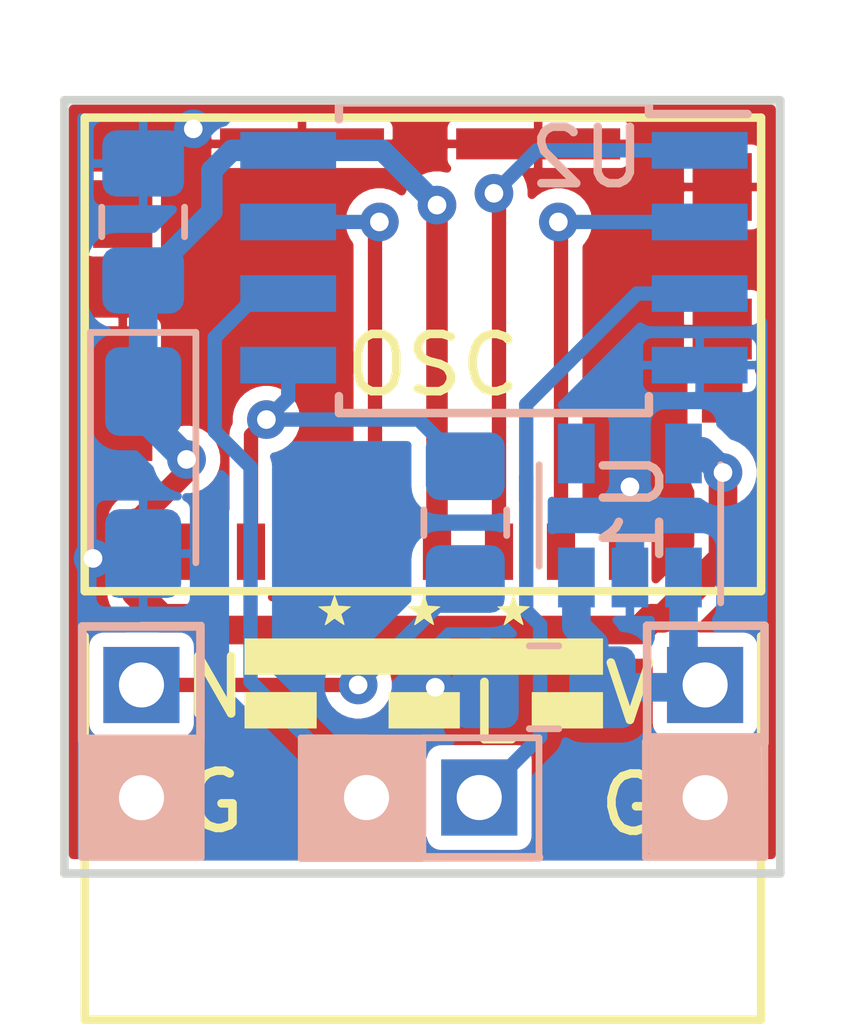
<source format=kicad_pcb>
(kicad_pcb (version 20171130) (host pcbnew 5.1.9+dfsg1-1~bpo10+1)

  (general
    (thickness 1.6)
    (drawings 23)
    (tracks 83)
    (zones 0)
    (modules 11)
    (nets 15)
  )

  (page USLetter)
  (title_block
    (title "ATtiny85 SD Audio Player OSC")
    (date 2021-03-31)
    (rev 0)
  )

  (layers
    (0 F.Cu signal)
    (31 B.Cu signal)
    (34 B.Paste user hide)
    (35 F.Paste user hide)
    (36 B.SilkS user)
    (37 F.SilkS user)
    (38 B.Mask user hide)
    (39 F.Mask user hide)
    (40 Dwgs.User user hide)
    (44 Edge.Cuts user)
    (45 Margin user hide)
    (46 B.CrtYd user hide)
    (47 F.CrtYd user hide)
    (48 B.Fab user hide)
    (49 F.Fab user hide)
  )

  (setup
    (last_trace_width 0.254)
    (user_trace_width 0.1524)
    (user_trace_width 0.381)
    (user_trace_width 0.508)
    (user_trace_width 0.635)
    (user_trace_width 0.762)
    (user_trace_width 1.27)
    (user_trace_width 2.032)
    (trace_clearance 0.254)
    (zone_clearance 0.00254)
    (zone_45_only no)
    (trace_min 0.14986)
    (via_size 0.6858)
    (via_drill 0.3302)
    (via_min_size 0.6858)
    (via_min_drill 0.3302)
    (user_via 0.6858 0.3302)
    (user_via 0.762 0.381)
    (user_via 1.016 0.508)
    (user_via 1.27 0.635)
    (uvia_size 0.6858)
    (uvia_drill 0.3302)
    (uvias_allowed no)
    (uvia_min_size 0)
    (uvia_min_drill 0)
    (edge_width 0.1524)
    (segment_width 0.1524)
    (pcb_text_width 0.1524)
    (pcb_text_size 1.016 1.016)
    (mod_edge_width 0.1524)
    (mod_text_size 1.016 1.016)
    (mod_text_width 0.1524)
    (pad_size 1.35 1.35)
    (pad_drill 0.8)
    (pad_to_mask_clearance 0.0508)
    (solder_mask_min_width 0.1016)
    (pad_to_paste_clearance -0.0508)
    (aux_axis_origin 0 0)
    (visible_elements FFFFDF7D)
    (pcbplotparams
      (layerselection 0x310fc_80000001)
      (usegerberextensions true)
      (usegerberattributes false)
      (usegerberadvancedattributes false)
      (creategerberjobfile false)
      (excludeedgelayer true)
      (linewidth 0.100000)
      (plotframeref false)
      (viasonmask false)
      (mode 1)
      (useauxorigin false)
      (hpglpennumber 1)
      (hpglpenspeed 20)
      (hpglpendiameter 15.000000)
      (psnegative false)
      (psa4output false)
      (plotreference true)
      (plotvalue true)
      (plotinvisibletext false)
      (padsonsilk false)
      (subtractmaskfromsilk false)
      (outputformat 1)
      (mirror false)
      (drillshape 0)
      (scaleselection 1)
      (outputdirectory "gerbers"))
  )

  (net 0 "")
  (net 1 GND)
  (net 2 VBUS)
  (net 3 VCC)
  (net 4 /RIGHT)
  (net 5 /LEFT)
  (net 6 /CS)
  (net 7 /MOSI)
  (net 8 /SCLK)
  (net 9 /MISO)
  (net 10 /NEXT)
  (net 11 "Net-(J1-Pad1)")
  (net 12 "Net-(J1-Pad9)")
  (net 13 "Net-(J1-Pad8)")
  (net 14 "Net-(U1-Pad4)")

  (net_class Default "This is the default net class."
    (clearance 0.254)
    (trace_width 0.254)
    (via_dia 0.6858)
    (via_drill 0.3302)
    (uvia_dia 0.6858)
    (uvia_drill 0.3302)
    (add_net /CS)
    (add_net /LEFT)
    (add_net /MISO)
    (add_net /MOSI)
    (add_net /NEXT)
    (add_net /RIGHT)
    (add_net /SCLK)
    (add_net GND)
    (add_net "Net-(J1-Pad1)")
    (add_net "Net-(J1-Pad8)")
    (add_net "Net-(J1-Pad9)")
    (add_net "Net-(U1-Pad4)")
    (add_net VBUS)
    (add_net VCC)
  )

  (module Connector_PinHeader_2.00mm:PinHeader_1x02_P2.00mm_Vertical (layer B.Cu) (tedit 602C13C7) (tstamp 602C71E2)
    (at 129.6924 96.6978 270)
    (descr "Through hole straight pin header, 1x02, 2.00mm pitch, single row")
    (tags "Through hole pin header THT 1x02 2.00mm single row")
    (path /602C2B9D)
    (fp_text reference J4 (at 0 2.06 90) (layer B.SilkS) hide
      (effects (font (size 1 1) (thickness 0.15)) (justify mirror))
    )
    (fp_text value Conn_01x02_Male (at 0 -4.06 90) (layer B.Fab)
      (effects (font (size 1 1) (thickness 0.15)) (justify mirror))
    )
    (fp_line (start -0.5 1) (end 1 1) (layer B.Fab) (width 0.1))
    (fp_line (start 1 1) (end 1 -3) (layer B.Fab) (width 0.1))
    (fp_line (start 1 -3) (end -1 -3) (layer B.Fab) (width 0.1))
    (fp_line (start -1 -3) (end -1 0.5) (layer B.Fab) (width 0.1))
    (fp_line (start -1 0.5) (end -0.5 1) (layer B.Fab) (width 0.1))
    (fp_line (start -1.06 -3.06) (end 1.06 -3.06) (layer B.SilkS) (width 0.12))
    (fp_line (start -1.06 -1) (end -1.06 -3.06) (layer B.SilkS) (width 0.12))
    (fp_line (start 1.06 -1) (end 1.06 -3.06) (layer B.SilkS) (width 0.12))
    (fp_line (start -1.06 -1) (end 1.06 -1) (layer B.SilkS) (width 0.12))
    (fp_line (start -1.06 0) (end -1.06 1.06) (layer B.SilkS) (width 0.12))
    (fp_line (start -1.06 1.06) (end 0 1.06) (layer B.SilkS) (width 0.12))
    (fp_line (start -1.5 1.5) (end -1.5 -3.5) (layer B.CrtYd) (width 0.05))
    (fp_line (start -1.5 -3.5) (end 1.5 -3.5) (layer B.CrtYd) (width 0.05))
    (fp_line (start 1.5 -3.5) (end 1.5 1.5) (layer B.CrtYd) (width 0.05))
    (fp_line (start 1.5 1.5) (end -1.5 1.5) (layer B.CrtYd) (width 0.05))
    (fp_text user %R (at 0 -1 180) (layer B.Fab)
      (effects (font (size 1 1) (thickness 0.15)) (justify mirror))
    )
    (pad 2 thru_hole rect (at 0 -2 270) (size 1.35 1.35) (drill 0.8) (layers *.Cu *.Mask)
      (net 5 /LEFT))
    (pad 1 thru_hole rect (at 0 0 270) (size 1.35 1.35) (drill 0.8) (layers *.Cu *.Mask)
      (net 4 /RIGHT))
    (model ${KISYS3DMOD}/Connector_PinHeader_2.00mm.3dshapes/PinHeader_1x02_P2.00mm_Vertical.wrl
      (at (xyz 0 0 0))
      (scale (xyz 1 1 1))
      (rotate (xyz 0 0 0))
    )
  )

  (module Package_TO_SOT_SMD:SOT-23-5 (layer B.Cu) (tedit 5A02FF57) (tstamp 602C67E4)
    (at 134.366 91.694 90)
    (descr "5-pin SOT23 package")
    (tags SOT-23-5)
    (path /602B6438)
    (attr smd)
    (fp_text reference U1 (at 0.127 0.0635 90) (layer B.SilkS)
      (effects (font (size 1 1) (thickness 0.15)) (justify mirror))
    )
    (fp_text value AP2112K-3.3 (at 0 -2.9 90) (layer B.Fab)
      (effects (font (size 1 1) (thickness 0.15)) (justify mirror))
    )
    (fp_line (start 0.9 1.55) (end 0.9 -1.55) (layer B.Fab) (width 0.1))
    (fp_line (start 0.9 -1.55) (end -0.9 -1.55) (layer B.Fab) (width 0.1))
    (fp_line (start -0.9 0.9) (end -0.9 -1.55) (layer B.Fab) (width 0.1))
    (fp_line (start 0.9 1.55) (end -0.25 1.55) (layer B.Fab) (width 0.1))
    (fp_line (start -0.9 0.9) (end -0.25 1.55) (layer B.Fab) (width 0.1))
    (fp_line (start -1.9 -1.8) (end -1.9 1.8) (layer B.CrtYd) (width 0.05))
    (fp_line (start 1.9 -1.8) (end -1.9 -1.8) (layer B.CrtYd) (width 0.05))
    (fp_line (start 1.9 1.8) (end 1.9 -1.8) (layer B.CrtYd) (width 0.05))
    (fp_line (start -1.9 1.8) (end 1.9 1.8) (layer B.CrtYd) (width 0.05))
    (fp_line (start 0.9 1.61) (end -1.55 1.61) (layer B.SilkS) (width 0.12))
    (fp_line (start -0.9 -1.61) (end 0.9 -1.61) (layer B.SilkS) (width 0.12))
    (fp_text user %R (at 0 0 180) (layer B.Fab)
      (effects (font (size 0.5 0.5) (thickness 0.075)) (justify mirror))
    )
    (pad 5 smd rect (at 1.1 0.95 90) (size 1.06 0.65) (layers B.Cu B.Paste B.Mask)
      (net 3 VCC))
    (pad 4 smd rect (at 1.1 -0.95 90) (size 1.06 0.65) (layers B.Cu B.Paste B.Mask)
      (net 14 "Net-(U1-Pad4)"))
    (pad 3 smd rect (at -1.1 -0.95 90) (size 1.06 0.65) (layers B.Cu B.Paste B.Mask)
      (net 2 VBUS))
    (pad 2 smd rect (at -1.1 0 90) (size 1.06 0.65) (layers B.Cu B.Paste B.Mask)
      (net 1 GND))
    (pad 1 smd rect (at -1.1 0.95 90) (size 1.06 0.65) (layers B.Cu B.Paste B.Mask)
      (net 2 VBUS))
    (model ${KISYS3DMOD}/Package_TO_SOT_SMD.3dshapes/SOT-23-5.wrl
      (at (xyz 0 0 0))
      (scale (xyz 1 1 1))
      (rotate (xyz 0 0 0))
    )
  )

  (module Capacitor_SMD:C_0805_2012Metric_Pad1.18x1.45mm_HandSolder (layer B.Cu) (tedit 5FF64068) (tstamp 601472ED)
    (at 132.842 94.742 180)
    (descr "Capacitor SMD 0805 (2012 Metric), square (rectangular) end terminal, IPC_7351 nominal with elongated pad for handsoldering. (Body size source: IPC-SM-782 page 76, https://www.pcb-3d.com/wordpress/wp-content/uploads/ipc-sm-782a_amendment_1_and_2.pdf, https://docs.google.com/spreadsheets/d/1BsfQQcO9C6DZCsRaXUlFlo91Tg2WpOkGARC1WS5S8t0/edit?usp=sharing), generated with kicad-footprint-generator")
    (tags "capacitor handsolder")
    (path /5FF6755D)
    (attr smd)
    (fp_text reference C1 (at -0.127 0 270) (layer B.SilkS) hide
      (effects (font (size 1 1) (thickness 0.15)) (justify mirror))
    )
    (fp_text value 100nF (at 0 -1.68 180) (layer B.Fab)
      (effects (font (size 1 1) (thickness 0.15)) (justify mirror))
    )
    (fp_line (start 1.88 -0.98) (end -1.88 -0.98) (layer B.CrtYd) (width 0.05))
    (fp_line (start 1.88 0.98) (end 1.88 -0.98) (layer B.CrtYd) (width 0.05))
    (fp_line (start -1.88 0.98) (end 1.88 0.98) (layer B.CrtYd) (width 0.05))
    (fp_line (start -1.88 -0.98) (end -1.88 0.98) (layer B.CrtYd) (width 0.05))
    (fp_line (start -0.261252 -0.735) (end 0.261252 -0.735) (layer B.SilkS) (width 0.12))
    (fp_line (start -0.261252 0.735) (end 0.261252 0.735) (layer B.SilkS) (width 0.12))
    (fp_line (start 1 -0.625) (end -1 -0.625) (layer B.Fab) (width 0.1))
    (fp_line (start 1 0.625) (end 1 -0.625) (layer B.Fab) (width 0.1))
    (fp_line (start -1 0.625) (end 1 0.625) (layer B.Fab) (width 0.1))
    (fp_line (start -1 -0.625) (end -1 0.625) (layer B.Fab) (width 0.1))
    (fp_text user %R (at 0 0 180) (layer B.Fab)
      (effects (font (size 0.5 0.5) (thickness 0.08)) (justify mirror))
    )
    (pad 2 smd roundrect (at 1.0375 0 180) (size 1.175 1.45) (layers B.Cu B.Paste B.Mask) (roundrect_rratio 0.212766)
      (net 1 GND))
    (pad 1 smd roundrect (at -1.0375 0 180) (size 1.175 1.45) (layers B.Cu B.Paste B.Mask) (roundrect_rratio 0.212766)
      (net 2 VBUS))
    (model ${KISYS3DMOD}/Capacitor_SMD.3dshapes/C_0805_2012Metric.wrl
      (at (xyz 0 0 0))
      (scale (xyz 1 1 1))
      (rotate (xyz 0 0 0))
    )
  )

  (module Capacitor_Tantalum_SMD:CP_EIA-3216-10_Kemet-I_Pad1.58x1.35mm_HandSolder (layer B.Cu) (tedit 5FF6407A) (tstamp 60147300)
    (at 125.73 90.932 270)
    (descr "Tantalum Capacitor SMD Kemet-I (3216-10 Metric), IPC_7351 nominal, (Body size from: http://www.kemet.com/Lists/ProductCatalog/Attachments/253/KEM_TC101_STD.pdf), generated with kicad-footprint-generator")
    (tags "capacitor tantalum")
    (path /5FF5F73A)
    (attr smd)
    (fp_text reference C2 (at 0 0) (layer B.SilkS) hide
      (effects (font (size 1 1) (thickness 0.15)) (justify mirror))
    )
    (fp_text value 100uF (at 0 -1.75 270) (layer B.Fab)
      (effects (font (size 1 1) (thickness 0.15)) (justify mirror))
    )
    (fp_line (start 1.6 0.8) (end -1.2 0.8) (layer B.Fab) (width 0.1))
    (fp_line (start -1.2 0.8) (end -1.6 0.4) (layer B.Fab) (width 0.1))
    (fp_line (start -1.6 0.4) (end -1.6 -0.8) (layer B.Fab) (width 0.1))
    (fp_line (start -1.6 -0.8) (end 1.6 -0.8) (layer B.Fab) (width 0.1))
    (fp_line (start 1.6 -0.8) (end 1.6 0.8) (layer B.Fab) (width 0.1))
    (fp_line (start 1.6 0.935) (end -2.485 0.935) (layer B.SilkS) (width 0.12))
    (fp_line (start -2.485 0.935) (end -2.485 -0.935) (layer B.SilkS) (width 0.12))
    (fp_line (start -2.485 -0.935) (end 1.6 -0.935) (layer B.SilkS) (width 0.12))
    (fp_line (start -2.48 -1.05) (end -2.48 1.05) (layer B.CrtYd) (width 0.05))
    (fp_line (start -2.48 1.05) (end 2.48 1.05) (layer B.CrtYd) (width 0.05))
    (fp_line (start 2.48 1.05) (end 2.48 -1.05) (layer B.CrtYd) (width 0.05))
    (fp_line (start 2.48 -1.05) (end -2.48 -1.05) (layer B.CrtYd) (width 0.05))
    (fp_text user %R (at 0 0 270) (layer B.Fab)
      (effects (font (size 0.8 0.8) (thickness 0.12)) (justify mirror))
    )
    (pad 1 smd roundrect (at -1.4375 0 270) (size 1.575 1.35) (layers B.Cu B.Paste B.Mask) (roundrect_rratio 0.185185)
      (net 3 VCC))
    (pad 2 smd roundrect (at 1.4375 0 270) (size 1.575 1.35) (layers B.Cu B.Paste B.Mask) (roundrect_rratio 0.185185)
      (net 1 GND))
    (model ${KISYS3DMOD}/Capacitor_Tantalum_SMD.3dshapes/CP_EIA-3216-10_Kemet-I.wrl
      (at (xyz 0 0 0))
      (scale (xyz 1 1 1))
      (rotate (xyz 0 0 0))
    )
  )

  (module Capacitor_SMD:C_0805_2012Metric_Pad1.18x1.45mm_HandSolder (layer B.Cu) (tedit 5FF64085) (tstamp 60147311)
    (at 125.73 86.487 90)
    (descr "Capacitor SMD 0805 (2012 Metric), square (rectangular) end terminal, IPC_7351 nominal with elongated pad for handsoldering. (Body size source: IPC-SM-782 page 76, https://www.pcb-3d.com/wordpress/wp-content/uploads/ipc-sm-782a_amendment_1_and_2.pdf, https://docs.google.com/spreadsheets/d/1BsfQQcO9C6DZCsRaXUlFlo91Tg2WpOkGARC1WS5S8t0/edit?usp=sharing), generated with kicad-footprint-generator")
    (tags "capacitor handsolder")
    (path /5FF5F636)
    (attr smd)
    (fp_text reference C3 (at 0 0.127 180) (layer B.SilkS) hide
      (effects (font (size 1 1) (thickness 0.15)) (justify mirror))
    )
    (fp_text value 100nF (at 0 -1.68 90) (layer B.Fab)
      (effects (font (size 1 1) (thickness 0.15)) (justify mirror))
    )
    (fp_line (start -1 -0.625) (end -1 0.625) (layer B.Fab) (width 0.1))
    (fp_line (start -1 0.625) (end 1 0.625) (layer B.Fab) (width 0.1))
    (fp_line (start 1 0.625) (end 1 -0.625) (layer B.Fab) (width 0.1))
    (fp_line (start 1 -0.625) (end -1 -0.625) (layer B.Fab) (width 0.1))
    (fp_line (start -0.261252 0.735) (end 0.261252 0.735) (layer B.SilkS) (width 0.12))
    (fp_line (start -0.261252 -0.735) (end 0.261252 -0.735) (layer B.SilkS) (width 0.12))
    (fp_line (start -1.88 -0.98) (end -1.88 0.98) (layer B.CrtYd) (width 0.05))
    (fp_line (start -1.88 0.98) (end 1.88 0.98) (layer B.CrtYd) (width 0.05))
    (fp_line (start 1.88 0.98) (end 1.88 -0.98) (layer B.CrtYd) (width 0.05))
    (fp_line (start 1.88 -0.98) (end -1.88 -0.98) (layer B.CrtYd) (width 0.05))
    (fp_text user %R (at 0 0 90) (layer B.Fab)
      (effects (font (size 0.5 0.5) (thickness 0.08)) (justify mirror))
    )
    (pad 1 smd roundrect (at -1.0375 0 90) (size 1.175 1.45) (layers B.Cu B.Paste B.Mask) (roundrect_rratio 0.212766)
      (net 3 VCC))
    (pad 2 smd roundrect (at 1.0375 0 90) (size 1.175 1.45) (layers B.Cu B.Paste B.Mask) (roundrect_rratio 0.212766)
      (net 1 GND))
    (model ${KISYS3DMOD}/Capacitor_SMD.3dshapes/C_0805_2012Metric.wrl
      (at (xyz 0 0 0))
      (scale (xyz 1 1 1))
      (rotate (xyz 0 0 0))
    )
  )

  (module User_PCB_Libraries:Molex_1051620001_KiCad (layer F.Cu) (tedit 5FF64046) (tstamp 60147357)
    (at 134.493 92.837)
    (path /5FF6D7B5)
    (fp_text reference J1 (at -0.127 -1.651) (layer F.SilkS) hide
      (effects (font (size 1 1) (thickness 0.15)))
    )
    (fp_text value Micro_SD_Card_Det (at -3.8 12.8) (layer F.Fab)
      (effects (font (size 1 1) (thickness 0.15)))
    )
    (fp_line (start 1.85 -0.2) (end 1.85 -7.8) (layer F.CrtYd) (width 0.05))
    (fp_line (start 1.85 -7.8) (end -9.45 -7.8) (layer F.CrtYd) (width 0.05))
    (fp_line (start -9.45 -7.8) (end -9.45 -0.2) (layer F.CrtYd) (width 0.05))
    (fp_line (start -9.45 -0.2) (end 1.85 -0.2) (layer F.CrtYd) (width 0.05))
    (fp_line (start 2.2 0.2) (end -9.8 0.2) (layer F.SilkS) (width 0.15))
    (fp_line (start -9.8 0.2) (end -9.8 -8.2) (layer F.SilkS) (width 0.15))
    (fp_line (start -9.8 -8.2) (end 2.2 -8.2) (layer F.SilkS) (width 0.15))
    (fp_line (start 2.2 -8.2) (end 2.2 0.2) (layer F.SilkS) (width 0.15))
    (fp_line (start 2.2 1) (end 2.2 7.8) (layer F.SilkS) (width 0.15))
    (fp_line (start -9.8 1) (end -9.8 7.8) (layer F.SilkS) (width 0.15))
    (fp_line (start 2.2 7.8) (end -9.8 7.8) (layer F.SilkS) (width 0.15))
    (fp_poly (pts (xy -8.4 -2.4) (xy -8.4 -6.2) (xy 0.2 -6.2) (xy 0.2 -2.4)) (layer Dwgs.User) (width 0.05))
    (fp_text user KEEPOUT (at -4 -6.6) (layer Dwgs.User)
      (effects (font (size 0.5 0.5) (thickness 0.075)))
    )
    (pad 1 smd rect (at -0.25 -0.5) (size 0.5 1) (layers F.Cu F.Paste F.Mask)
      (net 11 "Net-(J1-Pad1)") (solder_mask_margin 0.1016))
    (pad 9 smd rect (at 1.51 -3.18) (size 0.72 0.78) (layers F.Cu F.Paste F.Mask)
      (net 12 "Net-(J1-Pad9)") (solder_mask_margin 0.1016))
    (pad 2 smd rect (at -1.35 -0.5) (size 0.5 1) (layers F.Cu F.Paste F.Mask)
      (net 6 /CS) (solder_mask_margin 0.1016))
    (pad 3 smd rect (at -2.45 -0.5) (size 0.5 1) (layers F.Cu F.Paste F.Mask)
      (net 7 /MOSI) (solder_mask_margin 0.1016))
    (pad 4 smd rect (at -3.55 -0.5) (size 0.5 1) (layers F.Cu F.Paste F.Mask)
      (net 3 VCC) (solder_mask_margin 0.1016))
    (pad 5 smd rect (at -4.65 -0.5) (size 0.5 1) (layers F.Cu F.Paste F.Mask)
      (net 8 /SCLK) (solder_mask_margin 0.1016))
    (pad 6 smd rect (at -5.75 -0.5) (size 0.5 1) (layers F.Cu F.Paste F.Mask)
      (net 1 GND) (solder_mask_margin 0.1016))
    (pad 7 smd rect (at -6.85 -0.5) (size 0.5 1) (layers F.Cu F.Paste F.Mask)
      (net 9 /MISO) (solder_mask_margin 0.1016))
    (pad 8 smd rect (at -7.95 -0.5) (size 0.5 1) (layers F.Cu F.Paste F.Mask)
      (net 13 "Net-(J1-Pad8)") (solder_mask_margin 0.1016))
    (pad 10 smd rect (at 1.51 -4.45) (size 1.05 1.08) (layers F.Cu F.Paste F.Mask)
      (net 1 GND) (solder_mask_margin 0.1016))
    (pad 10 smd rect (at 1.51 -6.97) (size 1.05 1.2) (layers F.Cu F.Paste F.Mask)
      (net 1 GND) (solder_mask_margin 0.1016))
    (pad 10 smd rect (at -9.125 -6.49) (size 1.05 1.2) (layers F.Cu F.Paste F.Mask)
      (net 1 GND) (solder_mask_margin 0.1016))
    (pad 10 smd rect (at -9.125 -3.305) (size 1.05 2.39) (layers F.Cu F.Paste F.Mask)
      (net 1 GND) (solder_mask_margin 0.1016))
    (pad 11 smd rect (at -1.755 -7.735) (size 2.91 0.55) (layers F.Cu F.Paste F.Mask)
      (net 1 GND) (solder_mask_margin 0.1016))
    (pad 11 smd rect (at -5.945 -7.735) (size 2.91 0.55) (layers F.Cu F.Paste F.Mask)
      (net 1 GND) (solder_mask_margin 0.1016))
    (model /home/user/kicad/libraries/User_3Dshapes/1051620001.step
      (offset (xyz -3.8 4.6 0.25))
      (scale (xyz 1 1 1))
      (rotate (xyz -90 0 0))
    )
    (model "/home/user/kicad/libraries/User_3Dshapes/User Library-Micro SD Card.step"
      (offset (xyz 2.108199968338013 -7.49299988746643 1.295399980545044))
      (scale (xyz 1 1 1))
      (rotate (xyz -90 180 0))
    )
  )

  (module Connector_PinHeader_2.00mm:PinHeader_1x02_P2.00mm_Vertical (layer B.Cu) (tedit 5FF64333) (tstamp 6014736D)
    (at 135.7 94.7 180)
    (descr "Through hole straight pin header, 1x02, 2.00mm pitch, single row")
    (tags "Through hole pin header THT 1x02 2.00mm single row")
    (path /5FF629A0)
    (fp_text reference J2 (at -1.968 -0.042 270) (layer B.SilkS) hide
      (effects (font (size 1 1) (thickness 0.15)) (justify mirror))
    )
    (fp_text value Conn_01x02_Male (at 0 -4.06 180) (layer B.Fab)
      (effects (font (size 1 1) (thickness 0.15)) (justify mirror))
    )
    (fp_line (start 1.5 1.5) (end -1.5 1.5) (layer B.CrtYd) (width 0.05))
    (fp_line (start 1.5 -3.5) (end 1.5 1.5) (layer B.CrtYd) (width 0.05))
    (fp_line (start -1.5 -3.5) (end 1.5 -3.5) (layer B.CrtYd) (width 0.05))
    (fp_line (start -1.5 1.5) (end -1.5 -3.5) (layer B.CrtYd) (width 0.05))
    (fp_line (start -1.06 1.06) (end 0 1.06) (layer B.SilkS) (width 0.12))
    (fp_line (start -1.06 0) (end -1.06 1.06) (layer B.SilkS) (width 0.12))
    (fp_line (start -1.06 -1) (end 1.06 -1) (layer B.SilkS) (width 0.12))
    (fp_line (start 1.06 -1) (end 1.06 -3.06) (layer B.SilkS) (width 0.12))
    (fp_line (start -1.06 -1) (end -1.06 -3.06) (layer B.SilkS) (width 0.12))
    (fp_line (start -1.06 -3.06) (end 1.06 -3.06) (layer B.SilkS) (width 0.12))
    (fp_line (start -1 0.5) (end -0.5 1) (layer B.Fab) (width 0.1))
    (fp_line (start -1 -3) (end -1 0.5) (layer B.Fab) (width 0.1))
    (fp_line (start 1 -3) (end -1 -3) (layer B.Fab) (width 0.1))
    (fp_line (start 1 1) (end 1 -3) (layer B.Fab) (width 0.1))
    (fp_line (start -0.5 1) (end 1 1) (layer B.Fab) (width 0.1))
    (fp_text user %R (at 0 -1 90) (layer B.Fab)
      (effects (font (size 1 1) (thickness 0.15)) (justify mirror))
    )
    (pad 2 thru_hole rect (at 0 -2 180) (size 1.35 1.35) (drill 0.8) (layers *.Cu *.Mask)
      (net 1 GND))
    (pad 1 thru_hole rect (at 0 0 180) (size 1.35 1.35) (drill 0.8) (layers *.Cu *.Mask)
      (net 2 VBUS))
  )

  (module Connector_PinHeader_2.00mm:PinHeader_1x02_P2.00mm_Vertical (layer B.Cu) (tedit 5FF64349) (tstamp 60147383)
    (at 125.7 94.7 180)
    (descr "Through hole straight pin header, 1x02, 2.00mm pitch, single row")
    (tags "Through hole pin header THT 1x02 2.00mm single row")
    (path /5FF6101B)
    (fp_text reference J3 (at 2.129 -0.042 180) (layer B.SilkS) hide
      (effects (font (size 1 1) (thickness 0.15)) (justify mirror))
    )
    (fp_text value Conn_01x02_Male (at 0 -4.06 180) (layer B.Fab)
      (effects (font (size 1 1) (thickness 0.15)) (justify mirror))
    )
    (fp_line (start -0.5 1) (end 1 1) (layer B.Fab) (width 0.1))
    (fp_line (start 1 1) (end 1 -3) (layer B.Fab) (width 0.1))
    (fp_line (start 1 -3) (end -1 -3) (layer B.Fab) (width 0.1))
    (fp_line (start -1 -3) (end -1 0.5) (layer B.Fab) (width 0.1))
    (fp_line (start -1 0.5) (end -0.5 1) (layer B.Fab) (width 0.1))
    (fp_line (start -1.06 -3.06) (end 1.06 -3.06) (layer B.SilkS) (width 0.12))
    (fp_line (start -1.06 -1) (end -1.06 -3.06) (layer B.SilkS) (width 0.12))
    (fp_line (start 1.06 -1) (end 1.06 -3.06) (layer B.SilkS) (width 0.12))
    (fp_line (start -1.06 -1) (end 1.06 -1) (layer B.SilkS) (width 0.12))
    (fp_line (start -1.06 0) (end -1.06 1.06) (layer B.SilkS) (width 0.12))
    (fp_line (start -1.06 1.06) (end 0 1.06) (layer B.SilkS) (width 0.12))
    (fp_line (start -1.5 1.5) (end -1.5 -3.5) (layer B.CrtYd) (width 0.05))
    (fp_line (start -1.5 -3.5) (end 1.5 -3.5) (layer B.CrtYd) (width 0.05))
    (fp_line (start 1.5 -3.5) (end 1.5 1.5) (layer B.CrtYd) (width 0.05))
    (fp_line (start 1.5 1.5) (end -1.5 1.5) (layer B.CrtYd) (width 0.05))
    (fp_text user %R (at 0 -1 90) (layer B.Fab)
      (effects (font (size 1 1) (thickness 0.15)) (justify mirror))
    )
    (pad 1 thru_hole rect (at 0 0 180) (size 1.35 1.35) (drill 0.8) (layers *.Cu *.Mask)
      (net 10 /NEXT))
    (pad 2 thru_hole rect (at 0 -2 180) (size 1.35 1.35) (drill 0.8) (layers *.Cu *.Mask)
      (net 1 GND))
  )

  (module Resistor_SMD:R_0805_2012Metric_Pad1.20x1.40mm_HandSolder (layer B.Cu) (tedit 5FF64098) (tstamp 601473AC)
    (at 131.445 91.821 90)
    (descr "Resistor SMD 0805 (2012 Metric), square (rectangular) end terminal, IPC_7351 nominal with elongated pad for handsoldering. (Body size source: IPC-SM-782 page 72, https://www.pcb-3d.com/wordpress/wp-content/uploads/ipc-sm-782a_amendment_1_and_2.pdf), generated with kicad-footprint-generator")
    (tags "resistor handsolder")
    (path /5FF5F25D)
    (attr smd)
    (fp_text reference R1 (at 0 0 180) (layer B.SilkS) hide
      (effects (font (size 1 1) (thickness 0.15)) (justify mirror))
    )
    (fp_text value 4.7K (at 0 -1.65 90) (layer B.Fab)
      (effects (font (size 1 1) (thickness 0.15)) (justify mirror))
    )
    (fp_line (start -1 -0.625) (end -1 0.625) (layer B.Fab) (width 0.1))
    (fp_line (start -1 0.625) (end 1 0.625) (layer B.Fab) (width 0.1))
    (fp_line (start 1 0.625) (end 1 -0.625) (layer B.Fab) (width 0.1))
    (fp_line (start 1 -0.625) (end -1 -0.625) (layer B.Fab) (width 0.1))
    (fp_line (start -0.227064 0.735) (end 0.227064 0.735) (layer B.SilkS) (width 0.12))
    (fp_line (start -0.227064 -0.735) (end 0.227064 -0.735) (layer B.SilkS) (width 0.12))
    (fp_line (start -1.85 -0.95) (end -1.85 0.95) (layer B.CrtYd) (width 0.05))
    (fp_line (start -1.85 0.95) (end 1.85 0.95) (layer B.CrtYd) (width 0.05))
    (fp_line (start 1.85 0.95) (end 1.85 -0.95) (layer B.CrtYd) (width 0.05))
    (fp_line (start 1.85 -0.95) (end -1.85 -0.95) (layer B.CrtYd) (width 0.05))
    (fp_text user %R (at 0 0 90) (layer B.Fab)
      (effects (font (size 0.5 0.5) (thickness 0.08)) (justify mirror))
    )
    (pad 1 smd roundrect (at -1 0 90) (size 1.2 1.4) (layers B.Cu B.Paste B.Mask) (roundrect_rratio 0.208333)
      (net 10 /NEXT))
    (pad 2 smd roundrect (at 1 0 90) (size 1.2 1.4) (layers B.Cu B.Paste B.Mask) (roundrect_rratio 0.208333)
      (net 9 /MISO))
    (model ${KISYS3DMOD}/Resistor_SMD.3dshapes/R_0805_2012Metric.wrl
      (at (xyz 0 0 0))
      (scale (xyz 1 1 1))
      (rotate (xyz 0 0 0))
    )
  )

  (module Package_SO:SOIC-8W_5.3x5.3mm_P1.27mm (layer B.Cu) (tedit 5A02F2D3) (tstamp 601473E0)
    (at 131.953 87.122 180)
    (descr "8-Lead Plastic Small Outline (SM) - 5.28 mm Body [SOIC] (http://ww1.microchip.com/downloads/en/PackagingSpec/00000049BQ.pdf)")
    (tags "SOIC 1.27")
    (path /5FF73163)
    (attr smd)
    (fp_text reference U2 (at -1.651 1.778 180) (layer B.SilkS)
      (effects (font (size 1 1) (thickness 0.15)) (justify mirror))
    )
    (fp_text value ATtiny85-20SU (at 0 -3.68 180) (layer B.Fab)
      (effects (font (size 1 1) (thickness 0.15)) (justify mirror))
    )
    (fp_line (start -2.75 2.55) (end -4.5 2.55) (layer B.SilkS) (width 0.15))
    (fp_line (start -2.75 -2.755) (end 2.75 -2.755) (layer B.SilkS) (width 0.15))
    (fp_line (start -2.75 2.755) (end 2.75 2.755) (layer B.SilkS) (width 0.15))
    (fp_line (start -2.75 -2.755) (end -2.75 -2.455) (layer B.SilkS) (width 0.15))
    (fp_line (start 2.75 -2.755) (end 2.75 -2.455) (layer B.SilkS) (width 0.15))
    (fp_line (start 2.75 2.755) (end 2.75 2.455) (layer B.SilkS) (width 0.15))
    (fp_line (start -2.75 2.755) (end -2.75 2.55) (layer B.SilkS) (width 0.15))
    (fp_line (start -4.75 -2.95) (end 4.75 -2.95) (layer B.CrtYd) (width 0.05))
    (fp_line (start -4.75 2.95) (end 4.75 2.95) (layer B.CrtYd) (width 0.05))
    (fp_line (start 4.75 2.95) (end 4.75 -2.95) (layer B.CrtYd) (width 0.05))
    (fp_line (start -4.75 2.95) (end -4.75 -2.95) (layer B.CrtYd) (width 0.05))
    (fp_line (start -2.65 1.65) (end -1.65 2.65) (layer B.Fab) (width 0.15))
    (fp_line (start -2.65 -2.65) (end -2.65 1.65) (layer B.Fab) (width 0.15))
    (fp_line (start 2.65 -2.65) (end -2.65 -2.65) (layer B.Fab) (width 0.15))
    (fp_line (start 2.65 2.65) (end 2.65 -2.65) (layer B.Fab) (width 0.15))
    (fp_line (start -1.65 2.65) (end 2.65 2.65) (layer B.Fab) (width 0.15))
    (fp_text user %R (at 0 0 180) (layer B.Fab)
      (effects (font (size 1 1) (thickness 0.15)) (justify mirror))
    )
    (pad 8 smd rect (at 3.65 1.905 180) (size 1.7 0.65) (layers B.Cu B.Paste B.Mask)
      (net 3 VCC))
    (pad 7 smd rect (at 3.65 0.635 180) (size 1.7 0.65) (layers B.Cu B.Paste B.Mask)
      (net 8 /SCLK))
    (pad 6 smd rect (at 3.65 -0.635 180) (size 1.7 0.65) (layers B.Cu B.Paste B.Mask)
      (net 4 /RIGHT))
    (pad 5 smd rect (at 3.65 -1.905 180) (size 1.7 0.65) (layers B.Cu B.Paste B.Mask)
      (net 9 /MISO))
    (pad 4 smd rect (at -3.65 -1.905 180) (size 1.7 0.65) (layers B.Cu B.Paste B.Mask)
      (net 1 GND))
    (pad 3 smd rect (at -3.65 -0.635 180) (size 1.7 0.65) (layers B.Cu B.Paste B.Mask)
      (net 5 /LEFT))
    (pad 2 smd rect (at -3.65 0.635 180) (size 1.7 0.65) (layers B.Cu B.Paste B.Mask)
      (net 6 /CS))
    (pad 1 smd rect (at -3.65 1.905 180) (size 1.7 0.65) (layers B.Cu B.Paste B.Mask)
      (net 7 /MOSI))
    (model ${KISYS3DMOD}/Package_SO.3dshapes/SO-8_5.3x6.2mm_P1.27mm.step
      (at (xyz 0 0 0))
      (scale (xyz 1 1 1))
      (rotate (xyz 0 0 0))
    )
  )

  (module User_PCB_Libraries:DCelectronics_logo3 (layer F.Cu) (tedit 0) (tstamp 602297E2)
    (at 130.7084 94.6658)
    (fp_text reference G*** (at 0 0) (layer F.SilkS) hide
      (effects (font (size 1.524 1.524) (thickness 0.3)))
    )
    (fp_text value LOGO (at 0.75 0) (layer F.SilkS) hide
      (effects (font (size 1.524 1.524) (thickness 0.3)))
    )
    (fp_poly (pts (xy 1.657968 -1.368274) (xy 1.768121 -1.360715) (xy 1.878274 -1.353155) (xy 1.793689 -1.292679)
      (xy 1.751404 -1.261271) (xy 1.720967 -1.236423) (xy 1.708794 -1.223381) (xy 1.708778 -1.22323)
      (xy 1.713169 -1.205246) (xy 1.724916 -1.167509) (xy 1.738729 -1.126256) (xy 1.753816 -1.079438)
      (xy 1.762797 -1.045605) (xy 1.763903 -1.03315) (xy 1.750086 -1.038669) (xy 1.718675 -1.058022)
      (xy 1.676386 -1.087063) (xy 1.675112 -1.087974) (xy 1.591424 -1.147902) (xy 1.511136 -1.087999)
      (xy 1.463202 -1.052814) (xy 1.43512 -1.03432) (xy 1.422893 -1.030616) (xy 1.422527 -1.039802)
      (xy 1.42493 -1.046995) (xy 1.451624 -1.124367) (xy 1.468553 -1.184531) (xy 1.474817 -1.223789)
      (xy 1.471404 -1.237755) (xy 1.452307 -1.251127) (xy 1.416994 -1.276) (xy 1.382666 -1.300239)
      (xy 1.307797 -1.353155) (xy 1.416391 -1.357577) (xy 1.524985 -1.361998) (xy 1.558734 -1.46341)
      (xy 1.592482 -1.564822) (xy 1.657968 -1.368274)) (layer F.SilkS) (width 0.01))
    (fp_poly (pts (xy 0.070468 -1.368274) (xy 0.180621 -1.360715) (xy 0.290774 -1.353155) (xy 0.206189 -1.292679)
      (xy 0.163904 -1.261271) (xy 0.133467 -1.236423) (xy 0.121294 -1.223381) (xy 0.121278 -1.22323)
      (xy 0.125669 -1.205246) (xy 0.137416 -1.167509) (xy 0.151229 -1.126256) (xy 0.166316 -1.079438)
      (xy 0.175297 -1.045605) (xy 0.176403 -1.03315) (xy 0.162586 -1.038669) (xy 0.131175 -1.058022)
      (xy 0.088886 -1.087063) (xy 0.087612 -1.087974) (xy 0.003924 -1.147902) (xy -0.076364 -1.087999)
      (xy -0.124298 -1.052814) (xy -0.15238 -1.03432) (xy -0.164607 -1.030616) (xy -0.164973 -1.039802)
      (xy -0.16257 -1.046995) (xy -0.135876 -1.124367) (xy -0.118947 -1.184531) (xy -0.112683 -1.223789)
      (xy -0.116096 -1.237755) (xy -0.135193 -1.251127) (xy -0.170506 -1.276) (xy -0.204834 -1.300239)
      (xy -0.279703 -1.353155) (xy -0.171109 -1.357577) (xy -0.062515 -1.361998) (xy -0.028766 -1.46341)
      (xy 0.004982 -1.564822) (xy 0.070468 -1.368274)) (layer F.SilkS) (width 0.01))
    (fp_poly (pts (xy -1.517032 -1.368274) (xy -1.406879 -1.360715) (xy -1.296726 -1.353155) (xy -1.381311 -1.292679)
      (xy -1.423596 -1.261271) (xy -1.454033 -1.236423) (xy -1.466206 -1.223381) (xy -1.466222 -1.22323)
      (xy -1.461831 -1.205246) (xy -1.450084 -1.167509) (xy -1.436271 -1.126256) (xy -1.421184 -1.079438)
      (xy -1.412203 -1.045605) (xy -1.411097 -1.03315) (xy -1.424914 -1.038669) (xy -1.456325 -1.058022)
      (xy -1.498614 -1.087063) (xy -1.499888 -1.087974) (xy -1.583576 -1.147902) (xy -1.663864 -1.087999)
      (xy -1.711798 -1.052814) (xy -1.73988 -1.03432) (xy -1.752107 -1.030616) (xy -1.752473 -1.039802)
      (xy -1.75007 -1.046995) (xy -1.723376 -1.124367) (xy -1.706447 -1.184531) (xy -1.700183 -1.223789)
      (xy -1.703596 -1.237755) (xy -1.722693 -1.251127) (xy -1.758006 -1.276) (xy -1.792334 -1.300239)
      (xy -1.867203 -1.353155) (xy -1.758609 -1.357577) (xy -1.650015 -1.361998) (xy -1.616266 -1.46341)
      (xy -1.582518 -1.564822) (xy -1.517032 -1.368274)) (layer F.SilkS) (width 0.01))
    (fp_poly (pts (xy 3.175 -0.151191) (xy -3.175 -0.151191) (xy -3.175 -0.786191) (xy 3.175 -0.786191)
      (xy 3.175 -0.151191)) (layer F.SilkS) (width 0.01))
    (fp_poly (pts (xy 3.175 0.801309) (xy 1.920119 0.801309) (xy 1.920119 0.166309) (xy 3.175 0.166309)
      (xy 3.175 0.801309)) (layer F.SilkS) (width 0.01))
    (fp_poly (pts (xy 0.635 0.801309) (xy -0.619881 0.801309) (xy -0.619881 0.166309) (xy 0.635 0.166309)
      (xy 0.635 0.801309)) (layer F.SilkS) (width 0.01))
    (fp_poly (pts (xy -1.905 0.801309) (xy -3.175 0.801309) (xy -3.175 0.166309) (xy -1.905 0.166309)
      (xy -1.905 0.801309)) (layer F.SilkS) (width 0.01))
  )

  (gr_text OSC (at 130.8735 89.027) (layer F.SilkS)
    (effects (font (size 1.016 1.016) (thickness 0.1524)))
  )
  (gr_line (start 126.6444 95.6564) (end 124.6632 95.6564) (layer B.SilkS) (width 0.1524))
  (gr_line (start 134.6708 95.631) (end 136.7282 95.631) (layer B.SilkS) (width 0.1524))
  (gr_line (start 134.6708 93.6498) (end 134.6708 95.631) (layer B.SilkS) (width 0.1524))
  (gr_line (start 136.7536 93.6498) (end 134.6708 93.6498) (layer B.SilkS) (width 0.1524))
  (gr_line (start 136.7536 95.7326) (end 136.7536 93.6498) (layer B.SilkS) (width 0.1524))
  (gr_line (start 126.746 93.6625) (end 126.746 95.6945) (layer B.SilkS) (width 0.1524))
  (gr_line (start 124.6505 93.6625) (end 124.6505 95.6945) (layer B.SilkS) (width 0.1524))
  (gr_line (start 126.746 93.6625) (end 124.6505 93.6625) (layer B.SilkS) (width 0.1524))
  (gr_line (start 128.778 97.76) (end 132.7524 97.7578) (layer B.SilkS) (width 0.1524))
  (gr_poly (pts (xy 136.6425 95.6655) (xy 136.6615 97.663) (xy 134.747 97.663) (xy 134.747 95.631)) (layer B.SilkS) (width 0.1))
  (gr_poly (pts (xy 130.683 97.79) (xy 128.524 97.79) (xy 128.524 95.631) (xy 130.683 95.631)) (layer B.SilkS) (width 0.1))
  (gr_poly (pts (xy 126.76 97.76) (xy 124.64 97.76) (xy 124.64 95.7) (xy 126.76 95.7)) (layer B.SilkS) (width 0.1))
  (gr_text G (at 134.3533 96.8248) (layer F.SilkS)
    (effects (font (size 1.016 1.016) (thickness 0.1524)))
  )
  (gr_text N (at 127 94.742) (layer F.SilkS)
    (effects (font (size 1.016 1.016) (thickness 0.1524)))
  )
  (gr_text L (at 131.953 95.2) (layer F.SilkS)
    (effects (font (size 1.016 1.016) (thickness 0.1524)))
  )
  (gr_text G (at 127 96.774) (layer F.SilkS)
    (effects (font (size 1.016 1.016) (thickness 0.1524)))
  )
  (gr_text V (at 134.366 94.8563) (layer F.SilkS)
    (effects (font (size 1.016 1.016) (thickness 0.1524)))
  )
  (gr_line (start 137.033 84.328) (end 124.333 84.328) (layer Edge.Cuts) (width 0.1524))
  (gr_line (start 137.033 98.044) (end 137.033 84.328) (layer Edge.Cuts) (width 0.1524))
  (gr_line (start 124.333 98.044) (end 137.033 98.044) (layer Edge.Cuts) (width 0.1524))
  (gr_line (start 124.333 84.328) (end 124.333 98.044) (layer Edge.Cuts) (width 0.1524))
  (gr_text "FABRICATION NOTES\n\n1. THIS IS A 2 LAYER BOARD. \n2. EXTERNAL LAYERS SHALL HAVE 1 OZ COPPER.\n3. MATERIAL: FR4 AND 0.062 INCH +/- 10% THICK.\n4. BOARDS SHALL BE ROHS COMPLIANT. \n5. MANUFACTURE IN ACCORDANCE WITH IPC-6012 CLASS 2\n6. MASK: BOTH SIDES OF THE BOARD SHALL HAVE \n   SOLDER MASK (ANY COLOR) OVER BARE COPPER. \n7. SILK: BOTH SIDES OF THE BOARD SHALL HAVE \n   WHITE SILKSCREEN. DO NOT PLACE SILK OVER BARE COPPER.\n8. FINISH: ENIG.\n9. MINIMUM TRACE WIDTH - 0.006 INCH.\n   MINIMUM SPACE - 0.006 INCH.\n   MINIMUM HOLE DIA - 0.013 INCH. \n10. MAX HOLE PLACEMENT TOLERANCE OF +/- 0.003 INCH.\n11. MAX HOLE DIAMETER TOLERANCE OF +/- 0.003 INCH AFTER PLATING." (at 16.51 171.45) (layer Dwgs.User)
    (effects (font (size 2.032 2.032) (thickness 0.254)) (justify left))
  )

  (via (at 134.366 91.186) (size 0.6858) (drill 0.3302) (layers F.Cu B.Cu) (net 1) (tstamp 60149918))
  (segment (start 134.366 92.8315) (end 134.366 91.186) (width 0.508) (layer B.Cu) (net 1))
  (via (at 126.619 84.836) (size 0.6858) (drill 0.3302) (layers F.Cu B.Cu) (net 1))
  (via (at 124.841 92.456) (size 0.6858) (drill 0.3302) (layers F.Cu B.Cu) (net 1))
  (via (at 130.9116 94.742) (size 0.6858) (drill 0.3302) (layers F.Cu B.Cu) (net 1))
  (segment (start 135.658 94.742) (end 135.7 94.7) (width 0.508) (layer B.Cu) (net 2))
  (segment (start 133.8795 94.742) (end 135.658 94.742) (width 0.508) (layer B.Cu) (net 2))
  (segment (start 133.731 94.5935) (end 133.8795 94.742) (width 0.508) (layer B.Cu) (net 2))
  (segment (start 133.731 93.98) (end 133.731 94.5935) (width 0.508) (layer B.Cu) (net 2))
  (segment (start 133.416 92.8315) (end 133.416 93.665) (width 0.508) (layer B.Cu) (net 2))
  (segment (start 133.416 93.665) (end 133.731 93.98) (width 0.508) (layer B.Cu) (net 2))
  (segment (start 135.316 94.316) (end 135.7 94.7) (width 0.508) (layer B.Cu) (net 2))
  (segment (start 135.316 92.8315) (end 135.316 94.316) (width 0.508) (layer B.Cu) (net 2))
  (via (at 126.5 90.7) (size 0.6858) (drill 0.3302) (layers F.Cu B.Cu) (net 3))
  (segment (start 125.73 87.5245) (end 125.73 89.4945) (width 0.508) (layer B.Cu) (net 3))
  (segment (start 127.3048 85.217) (end 128.303 85.217) (width 0.381) (layer B.Cu) (net 3))
  (segment (start 126.9492 85.5726) (end 127.3048 85.217) (width 0.381) (layer B.Cu) (net 3))
  (segment (start 125.73 87.5245) (end 126.9492 86.3053) (width 0.381) (layer B.Cu) (net 3))
  (segment (start 126.9492 86.3053) (end 126.9492 85.5726) (width 0.381) (layer B.Cu) (net 3))
  (segment (start 130.943 92.337) (end 130.943 86.1882) (width 0.381) (layer F.Cu) (net 3))
  (segment (start 130.943 86.1882) (end 130.943 86.1882) (width 0.381) (layer F.Cu) (net 3) (tstamp 6014A4BB))
  (via (at 130.943 86.1882) (size 0.6858) (drill 0.3302) (layers F.Cu B.Cu) (net 3))
  (segment (start 129.9718 85.217) (end 130.943 86.1882) (width 0.381) (layer B.Cu) (net 3))
  (segment (start 128.303 85.217) (end 129.9718 85.217) (width 0.381) (layer B.Cu) (net 3))
  (via (at 136.017 90.932) (size 0.6858) (drill 0.3302) (layers F.Cu B.Cu) (net 3))
  (segment (start 135.6415 90.5565) (end 136.017 90.932) (width 0.508) (layer B.Cu) (net 3))
  (segment (start 135.316 90.5565) (end 135.6415 90.5565) (width 0.508) (layer B.Cu) (net 3))
  (segment (start 136.017 92.456) (end 136.017 90.932) (width 0.508) (layer F.Cu) (net 3))
  (segment (start 134.747 93.516999) (end 134.956001 93.516999) (width 0.508) (layer F.Cu) (net 3))
  (segment (start 125.603 93.061402) (end 126.058597 93.516999) (width 0.508) (layer F.Cu) (net 3))
  (segment (start 126.955001 93.726) (end 134.537999 93.726) (width 0.508) (layer F.Cu) (net 3))
  (segment (start 134.537999 93.726) (end 134.747 93.516999) (width 0.508) (layer F.Cu) (net 3))
  (segment (start 125.603 91.821) (end 125.603 93.061402) (width 0.508) (layer F.Cu) (net 3))
  (segment (start 134.956001 93.516999) (end 136.017 92.456) (width 0.508) (layer F.Cu) (net 3))
  (segment (start 126.058597 93.516999) (end 126.746 93.516999) (width 0.508) (layer F.Cu) (net 3))
  (segment (start 126.746 93.516999) (end 126.955001 93.726) (width 0.508) (layer F.Cu) (net 3))
  (segment (start 126.5 90.920102) (end 126.5 90.7) (width 0.381) (layer F.Cu) (net 3))
  (segment (start 125.603 91.821) (end 125.603 91.817102) (width 0.381) (layer F.Cu) (net 3))
  (segment (start 125.603 91.817102) (end 126.5 90.920102) (width 0.381) (layer F.Cu) (net 3))
  (segment (start 125.73 89.93) (end 126.5 90.7) (width 0.508) (layer B.Cu) (net 3))
  (segment (start 125.73 89.4945) (end 125.73 89.93) (width 0.508) (layer B.Cu) (net 3))
  (segment (start 127.635 90.835) (end 127.635 94.6404) (width 0.254) (layer B.Cu) (net 4))
  (segment (start 127 90.2) (end 127.635 90.835) (width 0.254) (layer B.Cu) (net 4))
  (segment (start 127 88.535) (end 127 90.2) (width 0.254) (layer B.Cu) (net 4))
  (segment (start 127.635 94.6404) (end 129.6924 96.6978) (width 0.254) (layer B.Cu) (net 4))
  (segment (start 128.303 87.757) (end 127.778 87.757) (width 0.254) (layer B.Cu) (net 4))
  (segment (start 127.778 87.757) (end 127 88.535) (width 0.254) (layer B.Cu) (net 4))
  (segment (start 134.493 87.757) (end 132.52601 89.72399) (width 0.254) (layer B.Cu) (net 5))
  (segment (start 135.603 87.757) (end 134.493 87.757) (width 0.254) (layer B.Cu) (net 5))
  (segment (start 131.699 96.647) (end 131.699 96.7) (width 0.254) (layer B.Cu) (net 5))
  (segment (start 132.77301 95.61719) (end 131.6924 96.6978) (width 0.254) (layer B.Cu) (net 5))
  (segment (start 132.77301 93.63161) (end 132.77301 95.61719) (width 0.254) (layer B.Cu) (net 5))
  (segment (start 132.52601 93.38461) (end 132.77301 93.63161) (width 0.254) (layer B.Cu) (net 5))
  (segment (start 132.52601 91.00669) (end 132.52601 93.38461) (width 0.254) (layer B.Cu) (net 5))
  (segment (start 132.52601 91.00669) (end 132.52601 91.432376) (width 0.254) (layer B.Cu) (net 5))
  (segment (start 132.52601 89.72399) (end 132.52601 91.00669) (width 0.254) (layer B.Cu) (net 5))
  (via (at 133.096 86.487) (size 0.6858) (drill 0.3302) (layers F.Cu B.Cu) (net 6))
  (segment (start 133.096 86.487) (end 135.603 86.487) (width 0.254) (layer B.Cu) (net 6))
  (segment (start 133.143 86.534) (end 133.096 86.487) (width 0.254) (layer F.Cu) (net 6))
  (segment (start 133.143 92.337) (end 133.143 86.534) (width 0.254) (layer F.Cu) (net 6))
  (via (at 131.953 85.979) (size 0.6858) (drill 0.3302) (layers F.Cu B.Cu) (net 7))
  (segment (start 132.715 85.217) (end 135.603 85.217) (width 0.254) (layer B.Cu) (net 7))
  (segment (start 131.953 85.979) (end 132.715 85.217) (width 0.254) (layer B.Cu) (net 7))
  (segment (start 132.043 86.069) (end 131.953 85.979) (width 0.254) (layer F.Cu) (net 7))
  (segment (start 132.043 92.337) (end 132.043 86.069) (width 0.254) (layer F.Cu) (net 7))
  (via (at 129.921 86.487) (size 0.6858) (drill 0.3302) (layers F.Cu B.Cu) (net 8))
  (segment (start 128.303 86.487) (end 129.921 86.487) (width 0.254) (layer B.Cu) (net 8))
  (segment (start 129.843 86.565) (end 129.921 86.487) (width 0.254) (layer F.Cu) (net 8))
  (segment (start 129.843 92.337) (end 129.843 86.565) (width 0.254) (layer F.Cu) (net 8))
  (segment (start 127.762 90.147) (end 127.762 90.147) (width 0.254) (layer B.Cu) (net 9) (tstamp 60149A7E))
  (via (at 127.916382 89.992618) (size 0.6858) (drill 0.3302) (layers F.Cu B.Cu) (net 9))
  (segment (start 128.303 89.027) (end 128.303 89.606) (width 0.254) (layer B.Cu) (net 9))
  (segment (start 128.303 89.606) (end 127.916382 89.992618) (width 0.254) (layer B.Cu) (net 9))
  (segment (start 127.643 90.266) (end 127.916382 89.992618) (width 0.254) (layer F.Cu) (net 9))
  (segment (start 128.401315 89.992618) (end 127.916382 89.992618) (width 0.254) (layer B.Cu) (net 9))
  (segment (start 130.616618 89.992618) (end 128.401315 89.992618) (width 0.254) (layer B.Cu) (net 9))
  (segment (start 131.445 90.821) (end 130.616618 89.992618) (width 0.254) (layer B.Cu) (net 9))
  (segment (start 127.643 92.337) (end 127.643 90.266) (width 0.254) (layer F.Cu) (net 9))
  (segment (start 129.5439 94.7) (end 125.7 94.7) (width 0.254) (layer F.Cu) (net 10))
  (segment (start 131.445 92.821) (end 131.4229 92.821) (width 0.254) (layer B.Cu) (net 10))
  (segment (start 131.4229 92.821) (end 129.5439 94.7) (width 0.254) (layer B.Cu) (net 10))
  (segment (start 129.5439 94.7) (end 129.5439 94.7) (width 0.254) (layer B.Cu) (net 10) (tstamp 602C7848))
  (via (at 129.5439 94.7) (size 0.6858) (drill 0.3302) (layers F.Cu B.Cu) (net 10))

  (zone (net 1) (net_name GND) (layer B.Cu) (tstamp 6022939D) (hatch edge 0.508)
    (connect_pads (clearance 0.1524))
    (min_thickness 0.14986)
    (fill yes (arc_segments 16) (thermal_gap 0.1524) (thermal_bridge_width 0.1524))
    (polygon
      (pts
        (xy 124.46 83.82) (xy 124.46 99.06) (xy 138.43 99.06) (xy 138.43 83.82)
      )
    )
    (filled_polygon
      (pts
        (xy 127.219286 84.658286) (xy 127.178182 84.708372) (xy 127.17548 84.713426) (xy 127.105061 84.734788) (xy 127.014824 84.78302)
        (xy 127.014822 84.783021) (xy 127.014823 84.783021) (xy 126.955549 84.831666) (xy 126.955546 84.831669) (xy 126.935731 84.847931)
        (xy 126.919469 84.867747) (xy 126.682927 85.104289) (xy 126.68343 84.862) (xy 126.679041 84.817436) (xy 126.666042 84.774584)
        (xy 126.644933 84.735091) (xy 126.616524 84.700476) (xy 126.581909 84.672067) (xy 126.542416 84.650958) (xy 126.499564 84.637959)
        (xy 126.455 84.63357) (xy 125.788102 84.63467) (xy 125.73127 84.691502) (xy 125.73127 85.44823) (xy 125.75127 85.44823)
        (xy 125.75127 85.45077) (xy 125.73127 85.45077) (xy 125.73127 86.207498) (xy 125.788102 86.26433) (xy 126.254815 86.2651)
        (xy 125.913437 86.606479) (xy 125.255 86.606479) (xy 125.141746 86.617634) (xy 125.032844 86.650669) (xy 124.93248 86.704314)
        (xy 124.84451 86.77651) (xy 124.772314 86.86448) (xy 124.718669 86.964844) (xy 124.685634 87.073746) (xy 124.674479 87.187)
        (xy 124.674479 87.862) (xy 124.685634 87.975254) (xy 124.718669 88.084156) (xy 124.772314 88.18452) (xy 124.84451 88.27249)
        (xy 124.93248 88.344686) (xy 125.032844 88.398331) (xy 125.094662 88.417083) (xy 125.082844 88.420668) (xy 124.982479 88.474314)
        (xy 124.894509 88.546509) (xy 124.822314 88.634479) (xy 124.768668 88.734844) (xy 124.735634 88.843745) (xy 124.724479 88.956999)
        (xy 124.724479 90.032001) (xy 124.735634 90.145255) (xy 124.768668 90.254156) (xy 124.822314 90.354521) (xy 124.894509 90.442491)
        (xy 124.982479 90.514686) (xy 125.082844 90.568332) (xy 125.191745 90.601366) (xy 125.304999 90.612521) (xy 125.588134 90.612521)
        (xy 125.84962 90.874008) (xy 125.853988 90.895966) (xy 125.904632 91.018231) (xy 125.978155 91.128267) (xy 126.071733 91.221845)
        (xy 126.181769 91.295368) (xy 126.304034 91.346012) (xy 126.34259 91.353681) (xy 125.788102 91.35467) (xy 125.73127 91.411502)
        (xy 125.73127 92.36823) (xy 126.575498 92.36823) (xy 126.63233 92.311398) (xy 126.63343 91.582) (xy 126.629041 91.537436)
        (xy 126.616042 91.494584) (xy 126.594933 91.455091) (xy 126.566524 91.420476) (xy 126.531909 91.392067) (xy 126.494047 91.37183)
        (xy 126.56617 91.37183) (xy 126.695966 91.346012) (xy 126.818231 91.295368) (xy 126.928267 91.221845) (xy 127.021845 91.128267)
        (xy 127.095368 91.018231) (xy 127.118237 90.96302) (xy 127.17907 91.023853) (xy 127.179071 94.618) (xy 127.176865 94.6404)
        (xy 127.185667 94.729777) (xy 127.211738 94.81572) (xy 127.254074 94.894926) (xy 127.273314 94.91837) (xy 127.31105 94.964351)
        (xy 127.328449 94.97863) (xy 128.686879 96.337061) (xy 128.686879 97.3728) (xy 128.69323 97.437281) (xy 128.712038 97.499285)
        (xy 128.742582 97.556428) (xy 128.783686 97.606514) (xy 128.833772 97.647618) (xy 128.890915 97.678162) (xy 128.952919 97.69697)
        (xy 129.0174 97.703321) (xy 130.3674 97.703321) (xy 130.431881 97.69697) (xy 130.493885 97.678162) (xy 130.551028 97.647618)
        (xy 130.601114 97.606514) (xy 130.642218 97.556428) (xy 130.672762 97.499285) (xy 130.69157 97.437281) (xy 130.6924 97.428854)
        (xy 130.69323 97.437281) (xy 130.712038 97.499285) (xy 130.742582 97.556428) (xy 130.783686 97.606514) (xy 130.833772 97.647618)
        (xy 130.890915 97.678162) (xy 130.952919 97.69697) (xy 131.0174 97.703321) (xy 132.3674 97.703321) (xy 132.431881 97.69697)
        (xy 132.493885 97.678162) (xy 132.551028 97.647618) (xy 132.601114 97.606514) (xy 132.642218 97.556428) (xy 132.672762 97.499285)
        (xy 132.69157 97.437281) (xy 132.697704 97.375) (xy 134.79657 97.375) (xy 134.800959 97.419564) (xy 134.813958 97.462416)
        (xy 134.835067 97.501909) (xy 134.863476 97.536524) (xy 134.898091 97.564933) (xy 134.937584 97.586042) (xy 134.980436 97.599041)
        (xy 135.025 97.60343) (xy 135.641898 97.60233) (xy 135.69873 97.545498) (xy 135.69873 96.70127) (xy 135.70127 96.70127)
        (xy 135.70127 97.545498) (xy 135.758102 97.60233) (xy 136.375 97.60343) (xy 136.419564 97.599041) (xy 136.462416 97.586042)
        (xy 136.501909 97.564933) (xy 136.536524 97.536524) (xy 136.564933 97.501909) (xy 136.586042 97.462416) (xy 136.599041 97.419564)
        (xy 136.60343 97.375) (xy 136.60233 96.758102) (xy 136.545498 96.70127) (xy 135.70127 96.70127) (xy 135.69873 96.70127)
        (xy 134.854502 96.70127) (xy 134.79767 96.758102) (xy 134.79657 97.375) (xy 132.697704 97.375) (xy 132.697921 97.3728)
        (xy 132.697921 96.337061) (xy 133.009982 96.025) (xy 134.79657 96.025) (xy 134.79767 96.641898) (xy 134.854502 96.69873)
        (xy 135.69873 96.69873) (xy 135.69873 95.854502) (xy 135.70127 95.854502) (xy 135.70127 96.69873) (xy 136.545498 96.69873)
        (xy 136.60233 96.641898) (xy 136.60343 96.025) (xy 136.599041 95.980436) (xy 136.586042 95.937584) (xy 136.564933 95.898091)
        (xy 136.536524 95.863476) (xy 136.501909 95.835067) (xy 136.462416 95.813958) (xy 136.419564 95.800959) (xy 136.375 95.79657)
        (xy 135.758102 95.79767) (xy 135.70127 95.854502) (xy 135.69873 95.854502) (xy 135.641898 95.79767) (xy 135.025 95.79657)
        (xy 134.980436 95.800959) (xy 134.937584 95.813958) (xy 134.898091 95.835067) (xy 134.863476 95.863476) (xy 134.835067 95.898091)
        (xy 134.813958 95.937584) (xy 134.800959 95.980436) (xy 134.79657 96.025) (xy 133.009982 96.025) (xy 133.079562 95.95542)
        (xy 133.096961 95.941141) (xy 133.153936 95.871717) (xy 133.196272 95.792511) (xy 133.222343 95.706568) (xy 133.222844 95.701484)
        (xy 133.319844 95.753331) (xy 133.428746 95.786366) (xy 133.542 95.797521) (xy 134.217 95.797521) (xy 134.330254 95.786366)
        (xy 134.439156 95.753331) (xy 134.53952 95.699686) (xy 134.62749 95.62749) (xy 134.699686 95.53952) (xy 134.719827 95.501838)
        (xy 134.750182 95.558628) (xy 134.791286 95.608714) (xy 134.841372 95.649818) (xy 134.898515 95.680362) (xy 134.960519 95.69917)
        (xy 135.025 95.705521) (xy 136.375 95.705521) (xy 136.439481 95.69917) (xy 136.501485 95.680362) (xy 136.558628 95.649818)
        (xy 136.608714 95.608714) (xy 136.649818 95.558628) (xy 136.680362 95.501485) (xy 136.69917 95.439481) (xy 136.705521 95.375)
        (xy 136.705521 94.025) (xy 136.69917 93.960519) (xy 136.680362 93.898515) (xy 136.649818 93.841372) (xy 136.608714 93.791286)
        (xy 136.558628 93.750182) (xy 136.501485 93.719638) (xy 136.439481 93.70083) (xy 136.375 93.694479) (xy 135.89893 93.694479)
        (xy 135.89893 93.528206) (xy 135.915818 93.507628) (xy 135.946362 93.450485) (xy 135.96517 93.388481) (xy 135.971521 93.324)
        (xy 135.971521 92.264) (xy 135.96517 92.199519) (xy 135.946362 92.137515) (xy 135.915818 92.080372) (xy 135.874714 92.030286)
        (xy 135.824628 91.989182) (xy 135.767485 91.958638) (xy 135.705481 91.93983) (xy 135.641 91.933479) (xy 134.991 91.933479)
        (xy 134.926519 91.93983) (xy 134.864515 91.958638) (xy 134.807372 91.989182) (xy 134.757286 92.030286) (xy 134.7466 92.043307)
        (xy 134.735564 92.039959) (xy 134.691 92.03557) (xy 134.424102 92.03667) (xy 134.36727 92.093502) (xy 134.36727 92.79273)
        (xy 134.38727 92.79273) (xy 134.38727 92.79527) (xy 134.36727 92.79527) (xy 134.36727 93.494498) (xy 134.424102 93.55133)
        (xy 134.691 93.55243) (xy 134.73307 93.548287) (xy 134.733071 93.873385) (xy 134.719638 93.898515) (xy 134.70352 93.951652)
        (xy 134.699686 93.94448) (xy 134.62749 93.85651) (xy 134.53952 93.784314) (xy 134.439156 93.730669) (xy 134.330254 93.697634)
        (xy 134.236091 93.688359) (xy 134.218033 93.654575) (xy 134.145188 93.565812) (xy 134.128442 93.55207) (xy 134.307898 93.55133)
        (xy 134.36473 93.494498) (xy 134.36473 92.79527) (xy 134.34473 92.79527) (xy 134.34473 92.79273) (xy 134.36473 92.79273)
        (xy 134.36473 92.093502) (xy 134.307898 92.03667) (xy 134.041 92.03557) (xy 133.996436 92.039959) (xy 133.9854 92.043307)
        (xy 133.974714 92.030286) (xy 133.924628 91.989182) (xy 133.867485 91.958638) (xy 133.805481 91.93983) (xy 133.741 91.933479)
        (xy 133.091 91.933479) (xy 133.026519 91.93983) (xy 132.98194 91.953352) (xy 132.98194 91.434648) (xy 133.026519 91.44817)
        (xy 133.091 91.454521) (xy 133.741 91.454521) (xy 133.805481 91.44817) (xy 133.867485 91.429362) (xy 133.924628 91.398818)
        (xy 133.974714 91.357714) (xy 134.015818 91.307628) (xy 134.046362 91.250485) (xy 134.06517 91.188481) (xy 134.071521 91.124)
        (xy 134.071521 90.064) (xy 134.660479 90.064) (xy 134.660479 91.124) (xy 134.66683 91.188481) (xy 134.685638 91.250485)
        (xy 134.716182 91.307628) (xy 134.757286 91.357714) (xy 134.807372 91.398818) (xy 134.864515 91.429362) (xy 134.926519 91.44817)
        (xy 134.991 91.454521) (xy 135.589745 91.454521) (xy 135.698769 91.527368) (xy 135.821034 91.578012) (xy 135.95083 91.60383)
        (xy 136.08317 91.60383) (xy 136.212966 91.578012) (xy 136.335231 91.527368) (xy 136.445267 91.453845) (xy 136.538845 91.360267)
        (xy 136.612368 91.250231) (xy 136.663012 91.127966) (xy 136.68883 90.99817) (xy 136.68883 90.86583) (xy 136.663012 90.736034)
        (xy 136.612368 90.613769) (xy 136.538845 90.503733) (xy 136.445267 90.410155) (xy 136.335231 90.336632) (xy 136.212966 90.285988)
        (xy 136.191006 90.28162) (xy 136.073947 90.164561) (xy 136.055688 90.142312) (xy 135.971521 90.073239) (xy 135.971521 90.064)
        (xy 135.96517 89.999519) (xy 135.946362 89.937515) (xy 135.915818 89.880372) (xy 135.874714 89.830286) (xy 135.824628 89.789182)
        (xy 135.767485 89.758638) (xy 135.705481 89.73983) (xy 135.641 89.733479) (xy 134.991 89.733479) (xy 134.926519 89.73983)
        (xy 134.864515 89.758638) (xy 134.807372 89.789182) (xy 134.757286 89.830286) (xy 134.716182 89.880372) (xy 134.685638 89.937515)
        (xy 134.66683 89.999519) (xy 134.660479 90.064) (xy 134.071521 90.064) (xy 134.06517 89.999519) (xy 134.046362 89.937515)
        (xy 134.015818 89.880372) (xy 133.974714 89.830286) (xy 133.924628 89.789182) (xy 133.867485 89.758638) (xy 133.805481 89.73983)
        (xy 133.741 89.733479) (xy 133.161302 89.733479) (xy 133.542781 89.352) (xy 134.52457 89.352) (xy 134.528959 89.396564)
        (xy 134.541958 89.439416) (xy 134.563067 89.478909) (xy 134.591476 89.513524) (xy 134.626091 89.541933) (xy 134.665584 89.563042)
        (xy 134.708436 89.576041) (xy 134.753 89.58043) (xy 135.544898 89.57933) (xy 135.60173 89.522498) (xy 135.60173 89.02827)
        (xy 135.60427 89.02827) (xy 135.60427 89.522498) (xy 135.661102 89.57933) (xy 136.453 89.58043) (xy 136.497564 89.576041)
        (xy 136.540416 89.563042) (xy 136.579909 89.541933) (xy 136.614524 89.513524) (xy 136.642933 89.478909) (xy 136.664042 89.439416)
        (xy 136.677041 89.396564) (xy 136.68143 89.352) (xy 136.68033 89.085102) (xy 136.623498 89.02827) (xy 135.60427 89.02827)
        (xy 135.60173 89.02827) (xy 134.582502 89.02827) (xy 134.52567 89.085102) (xy 134.52457 89.352) (xy 133.542781 89.352)
        (xy 134.192782 88.702) (xy 134.52457 88.702) (xy 134.52567 88.968898) (xy 134.582502 89.02573) (xy 135.60173 89.02573)
        (xy 135.60173 88.531502) (xy 135.60427 88.531502) (xy 135.60427 89.02573) (xy 136.623498 89.02573) (xy 136.68033 88.968898)
        (xy 136.68143 88.702) (xy 136.677041 88.657436) (xy 136.664042 88.614584) (xy 136.642933 88.575091) (xy 136.614524 88.540476)
        (xy 136.579909 88.512067) (xy 136.540416 88.490958) (xy 136.497564 88.477959) (xy 136.453 88.47357) (xy 135.661102 88.47467)
        (xy 135.60427 88.531502) (xy 135.60173 88.531502) (xy 135.544898 88.47467) (xy 134.753 88.47357) (xy 134.708436 88.477959)
        (xy 134.665584 88.490958) (xy 134.626091 88.512067) (xy 134.591476 88.540476) (xy 134.563067 88.575091) (xy 134.541958 88.614584)
        (xy 134.528959 88.657436) (xy 134.52457 88.702) (xy 134.192782 88.702) (xy 134.552122 88.342661) (xy 134.569372 88.356818)
        (xy 134.626515 88.387362) (xy 134.688519 88.40617) (xy 134.753 88.412521) (xy 136.453 88.412521) (xy 136.517481 88.40617)
        (xy 136.579485 88.387362) (xy 136.636628 88.356818) (xy 136.686714 88.315714) (xy 136.727818 88.265628) (xy 136.729471 88.262536)
        (xy 136.72947 97.74047) (xy 124.63653 97.74047) (xy 124.63653 97.375) (xy 124.79657 97.375) (xy 124.800959 97.419564)
        (xy 124.813958 97.462416) (xy 124.835067 97.501909) (xy 124.863476 97.536524) (xy 124.898091 97.564933) (xy 124.937584 97.586042)
        (xy 124.980436 97.599041) (xy 125.025 97.60343) (xy 125.641898 97.60233) (xy 125.69873 97.545498) (xy 125.69873 96.70127)
        (xy 125.70127 96.70127) (xy 125.70127 97.545498) (xy 125.758102 97.60233) (xy 126.375 97.60343) (xy 126.419564 97.599041)
        (xy 126.462416 97.586042) (xy 126.501909 97.564933) (xy 126.536524 97.536524) (xy 126.564933 97.501909) (xy 126.586042 97.462416)
        (xy 126.599041 97.419564) (xy 126.60343 97.375) (xy 126.60233 96.758102) (xy 126.545498 96.70127) (xy 125.70127 96.70127)
        (xy 125.69873 96.70127) (xy 124.854502 96.70127) (xy 124.79767 96.758102) (xy 124.79657 97.375) (xy 124.63653 97.375)
        (xy 124.63653 96.025) (xy 124.79657 96.025) (xy 124.79767 96.641898) (xy 124.854502 96.69873) (xy 125.69873 96.69873)
        (xy 125.69873 95.854502) (xy 125.70127 95.854502) (xy 125.70127 96.69873) (xy 126.545498 96.69873) (xy 126.60233 96.641898)
        (xy 126.60343 96.025) (xy 126.599041 95.980436) (xy 126.586042 95.937584) (xy 126.564933 95.898091) (xy 126.536524 95.863476)
        (xy 126.501909 95.835067) (xy 126.462416 95.813958) (xy 126.419564 95.800959) (xy 126.375 95.79657) (xy 125.758102 95.79767)
        (xy 125.70127 95.854502) (xy 125.69873 95.854502) (xy 125.641898 95.79767) (xy 125.025 95.79657) (xy 124.980436 95.800959)
        (xy 124.937584 95.813958) (xy 124.898091 95.835067) (xy 124.863476 95.863476) (xy 124.835067 95.898091) (xy 124.813958 95.937584)
        (xy 124.800959 95.980436) (xy 124.79657 96.025) (xy 124.63653 96.025) (xy 124.63653 94.025) (xy 124.694479 94.025)
        (xy 124.694479 95.375) (xy 124.70083 95.439481) (xy 124.719638 95.501485) (xy 124.750182 95.558628) (xy 124.791286 95.608714)
        (xy 124.841372 95.649818) (xy 124.898515 95.680362) (xy 124.960519 95.69917) (xy 125.025 95.705521) (xy 126.375 95.705521)
        (xy 126.439481 95.69917) (xy 126.501485 95.680362) (xy 126.558628 95.649818) (xy 126.608714 95.608714) (xy 126.649818 95.558628)
        (xy 126.680362 95.501485) (xy 126.69917 95.439481) (xy 126.705521 95.375) (xy 126.705521 94.025) (xy 126.69917 93.960519)
        (xy 126.680362 93.898515) (xy 126.649818 93.841372) (xy 126.608714 93.791286) (xy 126.558628 93.750182) (xy 126.501485 93.719638)
        (xy 126.439481 93.70083) (xy 126.375 93.694479) (xy 125.025 93.694479) (xy 124.960519 93.70083) (xy 124.898515 93.719638)
        (xy 124.841372 93.750182) (xy 124.791286 93.791286) (xy 124.750182 93.841372) (xy 124.719638 93.898515) (xy 124.70083 93.960519)
        (xy 124.694479 94.025) (xy 124.63653 94.025) (xy 124.63653 93.157) (xy 124.82657 93.157) (xy 124.830959 93.201564)
        (xy 124.843958 93.244416) (xy 124.865067 93.283909) (xy 124.893476 93.318524) (xy 124.928091 93.346933) (xy 124.967584 93.368042)
        (xy 125.010436 93.381041) (xy 125.055 93.38543) (xy 125.671898 93.38433) (xy 125.72873 93.327498) (xy 125.72873 92.37077)
        (xy 125.73127 92.37077) (xy 125.73127 93.327498) (xy 125.788102 93.38433) (xy 126.405 93.38543) (xy 126.449564 93.381041)
        (xy 126.492416 93.368042) (xy 126.531909 93.346933) (xy 126.566524 93.318524) (xy 126.594933 93.283909) (xy 126.616042 93.244416)
        (xy 126.629041 93.201564) (xy 126.63343 93.157) (xy 126.63233 92.427602) (xy 126.575498 92.37077) (xy 125.73127 92.37077)
        (xy 125.72873 92.37077) (xy 124.884502 92.37077) (xy 124.82767 92.427602) (xy 124.82657 93.157) (xy 124.63653 93.157)
        (xy 124.63653 91.582) (xy 124.82657 91.582) (xy 124.82767 92.311398) (xy 124.884502 92.36823) (xy 125.72873 92.36823)
        (xy 125.72873 91.411502) (xy 125.671898 91.35467) (xy 125.055 91.35357) (xy 125.010436 91.357959) (xy 124.967584 91.370958)
        (xy 124.928091 91.392067) (xy 124.893476 91.420476) (xy 124.865067 91.455091) (xy 124.843958 91.494584) (xy 124.830959 91.537436)
        (xy 124.82657 91.582) (xy 124.63653 91.582) (xy 124.63653 86.037) (xy 124.77657 86.037) (xy 124.780959 86.081564)
        (xy 124.793958 86.124416) (xy 124.815067 86.163909) (xy 124.843476 86.198524) (xy 124.878091 86.226933) (xy 124.917584 86.248042)
        (xy 124.960436 86.261041) (xy 125.005 86.26543) (xy 125.671898 86.26433) (xy 125.72873 86.207498) (xy 125.72873 85.45077)
        (xy 124.834502 85.45077) (xy 124.77767 85.507602) (xy 124.77657 86.037) (xy 124.63653 86.037) (xy 124.63653 84.862)
        (xy 124.77657 84.862) (xy 124.77767 85.391398) (xy 124.834502 85.44823) (xy 125.72873 85.44823) (xy 125.72873 84.691502)
        (xy 125.671898 84.63467) (xy 125.005 84.63357) (xy 124.960436 84.637959) (xy 124.917584 84.650958) (xy 124.878091 84.672067)
        (xy 124.843476 84.700476) (xy 124.815067 84.735091) (xy 124.793958 84.774584) (xy 124.780959 84.817436) (xy 124.77657 84.862)
        (xy 124.63653 84.862) (xy 124.63653 84.63153) (xy 127.251889 84.63153)
      )
    )
    (filled_polygon
      (pts
        (xy 130.414479 90.470999) (xy 130.414479 91.171001) (xy 130.425634 91.284255) (xy 130.458668 91.393156) (xy 130.512314 91.493521)
        (xy 130.584509 91.581491) (xy 130.672479 91.653686) (xy 130.772844 91.707332) (xy 130.881745 91.740366) (xy 130.994999 91.751521)
        (xy 131.895001 91.751521) (xy 132.008255 91.740366) (xy 132.07008 91.721612) (xy 132.07008 91.920388) (xy 132.008255 91.901634)
        (xy 131.895001 91.890479) (xy 130.994999 91.890479) (xy 130.881745 91.901634) (xy 130.772844 91.934668) (xy 130.672479 91.988314)
        (xy 130.584509 92.060509) (xy 130.512314 92.148479) (xy 130.458668 92.248844) (xy 130.425634 92.357745) (xy 130.414479 92.470999)
        (xy 130.414479 93.171001) (xy 130.415702 93.183416) (xy 129.570949 94.02817) (xy 129.47773 94.02817) (xy 129.347934 94.053988)
        (xy 129.225669 94.104632) (xy 129.115633 94.178155) (xy 129.022055 94.271733) (xy 128.948532 94.381769) (xy 128.897888 94.504034)
        (xy 128.87207 94.63383) (xy 128.87207 94.76617) (xy 128.897888 94.895966) (xy 128.948532 95.018231) (xy 129.022055 95.128267)
        (xy 129.115633 95.221845) (xy 129.225669 95.295368) (xy 129.347934 95.346012) (xy 129.47773 95.37183) (xy 129.61007 95.37183)
        (xy 129.739866 95.346012) (xy 129.862131 95.295368) (xy 129.972167 95.221845) (xy 130.065745 95.128267) (xy 130.139268 95.018231)
        (xy 130.189912 94.895966) (xy 130.21573 94.76617) (xy 130.21573 94.672951) (xy 130.871681 94.017) (xy 130.98857 94.017)
        (xy 130.98967 94.683898) (xy 131.046502 94.74073) (xy 131.80323 94.74073) (xy 131.80323 93.846502) (xy 131.746398 93.78967)
        (xy 131.217 93.78857) (xy 131.172436 93.792959) (xy 131.129584 93.805958) (xy 131.090091 93.827067) (xy 131.055476 93.855476)
        (xy 131.027067 93.890091) (xy 131.005958 93.929584) (xy 130.992959 93.972436) (xy 130.98857 94.017) (xy 130.871681 94.017)
        (xy 131.137161 93.751521) (xy 131.895001 93.751521) (xy 132.008255 93.740366) (xy 132.117156 93.707332) (xy 132.175471 93.676162)
        (xy 132.20206 93.708561) (xy 132.219459 93.72284) (xy 132.28541 93.788791) (xy 131.862602 93.78967) (xy 131.80577 93.846502)
        (xy 131.80577 94.74073) (xy 131.82577 94.74073) (xy 131.82577 94.74327) (xy 131.80577 94.74327) (xy 131.80577 94.76327)
        (xy 131.80323 94.76327) (xy 131.80323 94.74327) (xy 131.046502 94.74327) (xy 130.98967 94.800102) (xy 130.98857 95.467)
        (xy 130.992959 95.511564) (xy 131.005958 95.554416) (xy 131.027067 95.593909) (xy 131.055476 95.628524) (xy 131.090091 95.656933)
        (xy 131.129584 95.678042) (xy 131.172436 95.691041) (xy 131.185006 95.692279) (xy 131.0174 95.692279) (xy 130.952919 95.69863)
        (xy 130.890915 95.717438) (xy 130.833772 95.747982) (xy 130.783686 95.789086) (xy 130.742582 95.839172) (xy 130.712038 95.896315)
        (xy 130.69323 95.958319) (xy 130.6924 95.966746) (xy 130.69157 95.958319) (xy 130.672762 95.896315) (xy 130.642218 95.839172)
        (xy 130.601114 95.789086) (xy 130.551028 95.747982) (xy 130.493885 95.717438) (xy 130.431881 95.69863) (xy 130.3674 95.692279)
        (xy 129.331661 95.692279) (xy 128.09093 94.451549) (xy 128.09093 90.857398) (xy 128.093136 90.835) (xy 128.084333 90.745622)
        (xy 128.058262 90.659679) (xy 128.05329 90.650377) (xy 128.112348 90.63863) (xy 128.234613 90.587986) (xy 128.344649 90.514463)
        (xy 128.410564 90.448548) (xy 130.41669 90.448548)
      )
    )
  )
  (zone (net 1) (net_name GND) (layer F.Cu) (tstamp 6022939A) (hatch edge 0.508)
    (connect_pads (clearance 0.00254))
    (min_thickness 0.14986)
    (fill yes (arc_segments 16) (thermal_gap 0.1524) (thermal_bridge_width 0.1524) (smoothing chamfer))
    (polygon
      (pts
        (xy 137.16 97.79) (xy 123.19 97.79) (xy 123.19 82.55) (xy 137.16 82.55)
      )
    )
    (filled_polygon
      (pts
        (xy 136.87933 97.71507) (xy 124.48667 97.71507) (xy 124.48667 97.375) (xy 124.79657 97.375) (xy 124.800959 97.419564)
        (xy 124.813958 97.462416) (xy 124.835067 97.501909) (xy 124.863476 97.536524) (xy 124.898091 97.564933) (xy 124.937584 97.586042)
        (xy 124.980436 97.599041) (xy 125.025 97.60343) (xy 125.641898 97.60233) (xy 125.69873 97.545498) (xy 125.69873 96.70127)
        (xy 125.70127 96.70127) (xy 125.70127 97.545498) (xy 125.758102 97.60233) (xy 126.375 97.60343) (xy 126.419564 97.599041)
        (xy 126.462416 97.586042) (xy 126.501909 97.564933) (xy 126.536524 97.536524) (xy 126.564933 97.501909) (xy 126.586042 97.462416)
        (xy 126.599041 97.419564) (xy 126.60343 97.375) (xy 126.60233 96.758102) (xy 126.545498 96.70127) (xy 125.70127 96.70127)
        (xy 125.69873 96.70127) (xy 124.854502 96.70127) (xy 124.79767 96.758102) (xy 124.79657 97.375) (xy 124.48667 97.375)
        (xy 124.48667 96.025) (xy 124.79657 96.025) (xy 124.79767 96.641898) (xy 124.854502 96.69873) (xy 125.69873 96.69873)
        (xy 125.69873 95.854502) (xy 125.70127 95.854502) (xy 125.70127 96.69873) (xy 126.545498 96.69873) (xy 126.60233 96.641898)
        (xy 126.60343 96.025) (xy 126.603214 96.0228) (xy 128.686879 96.0228) (xy 128.686879 97.3728) (xy 128.69323 97.437281)
        (xy 128.712038 97.499285) (xy 128.742582 97.556428) (xy 128.783686 97.606514) (xy 128.833772 97.647618) (xy 128.890915 97.678162)
        (xy 128.952919 97.69697) (xy 129.0174 97.703321) (xy 130.3674 97.703321) (xy 130.431881 97.69697) (xy 130.493885 97.678162)
        (xy 130.551028 97.647618) (xy 130.601114 97.606514) (xy 130.642218 97.556428) (xy 130.672762 97.499285) (xy 130.69157 97.437281)
        (xy 130.6924 97.428854) (xy 130.69323 97.437281) (xy 130.712038 97.499285) (xy 130.742582 97.556428) (xy 130.783686 97.606514)
        (xy 130.833772 97.647618) (xy 130.890915 97.678162) (xy 130.952919 97.69697) (xy 131.0174 97.703321) (xy 132.3674 97.703321)
        (xy 132.431881 97.69697) (xy 132.493885 97.678162) (xy 132.551028 97.647618) (xy 132.601114 97.606514) (xy 132.642218 97.556428)
        (xy 132.672762 97.499285) (xy 132.69157 97.437281) (xy 132.697704 97.375) (xy 134.79657 97.375) (xy 134.800959 97.419564)
        (xy 134.813958 97.462416) (xy 134.835067 97.501909) (xy 134.863476 97.536524) (xy 134.898091 97.564933) (xy 134.937584 97.586042)
        (xy 134.980436 97.599041) (xy 135.025 97.60343) (xy 135.641898 97.60233) (xy 135.69873 97.545498) (xy 135.69873 96.70127)
        (xy 135.70127 96.70127) (xy 135.70127 97.545498) (xy 135.758102 97.60233) (xy 136.375 97.60343) (xy 136.419564 97.599041)
        (xy 136.462416 97.586042) (xy 136.501909 97.564933) (xy 136.536524 97.536524) (xy 136.564933 97.501909) (xy 136.586042 97.462416)
        (xy 136.599041 97.419564) (xy 136.60343 97.375) (xy 136.60233 96.758102) (xy 136.545498 96.70127) (xy 135.70127 96.70127)
        (xy 135.69873 96.70127) (xy 134.854502 96.70127) (xy 134.79767 96.758102) (xy 134.79657 97.375) (xy 132.697704 97.375)
        (xy 132.697921 97.3728) (xy 132.697921 96.025) (xy 134.79657 96.025) (xy 134.79767 96.641898) (xy 134.854502 96.69873)
        (xy 135.69873 96.69873) (xy 135.69873 95.854502) (xy 135.70127 95.854502) (xy 135.70127 96.69873) (xy 136.545498 96.69873)
        (xy 136.60233 96.641898) (xy 136.60343 96.025) (xy 136.599041 95.980436) (xy 136.586042 95.937584) (xy 136.564933 95.898091)
        (xy 136.536524 95.863476) (xy 136.501909 95.835067) (xy 136.462416 95.813958) (xy 136.419564 95.800959) (xy 136.375 95.79657)
        (xy 135.758102 95.79767) (xy 135.70127 95.854502) (xy 135.69873 95.854502) (xy 135.641898 95.79767) (xy 135.025 95.79657)
        (xy 134.980436 95.800959) (xy 134.937584 95.813958) (xy 134.898091 95.835067) (xy 134.863476 95.863476) (xy 134.835067 95.898091)
        (xy 134.813958 95.937584) (xy 134.800959 95.980436) (xy 134.79657 96.025) (xy 132.697921 96.025) (xy 132.697921 96.0228)
        (xy 132.69157 95.958319) (xy 132.672762 95.896315) (xy 132.642218 95.839172) (xy 132.601114 95.789086) (xy 132.551028 95.747982)
        (xy 132.493885 95.717438) (xy 132.431881 95.69863) (xy 132.3674 95.692279) (xy 131.0174 95.692279) (xy 130.952919 95.69863)
        (xy 130.890915 95.717438) (xy 130.833772 95.747982) (xy 130.783686 95.789086) (xy 130.742582 95.839172) (xy 130.712038 95.896315)
        (xy 130.69323 95.958319) (xy 130.6924 95.966746) (xy 130.69157 95.958319) (xy 130.672762 95.896315) (xy 130.642218 95.839172)
        (xy 130.601114 95.789086) (xy 130.551028 95.747982) (xy 130.493885 95.717438) (xy 130.431881 95.69863) (xy 130.3674 95.692279)
        (xy 129.0174 95.692279) (xy 128.952919 95.69863) (xy 128.890915 95.717438) (xy 128.833772 95.747982) (xy 128.783686 95.789086)
        (xy 128.742582 95.839172) (xy 128.712038 95.896315) (xy 128.69323 95.958319) (xy 128.686879 96.0228) (xy 126.603214 96.0228)
        (xy 126.599041 95.980436) (xy 126.586042 95.937584) (xy 126.564933 95.898091) (xy 126.536524 95.863476) (xy 126.501909 95.835067)
        (xy 126.462416 95.813958) (xy 126.419564 95.800959) (xy 126.375 95.79657) (xy 125.758102 95.79767) (xy 125.70127 95.854502)
        (xy 125.69873 95.854502) (xy 125.641898 95.79767) (xy 125.025 95.79657) (xy 124.980436 95.800959) (xy 124.937584 95.813958)
        (xy 124.898091 95.835067) (xy 124.863476 95.863476) (xy 124.835067 95.898091) (xy 124.813958 95.937584) (xy 124.800959 95.980436)
        (xy 124.79657 96.025) (xy 124.48667 96.025) (xy 124.48667 94.025) (xy 124.694479 94.025) (xy 124.694479 95.375)
        (xy 124.70083 95.439481) (xy 124.719638 95.501485) (xy 124.750182 95.558628) (xy 124.791286 95.608714) (xy 124.841372 95.649818)
        (xy 124.898515 95.680362) (xy 124.960519 95.69917) (xy 125.025 95.705521) (xy 126.375 95.705521) (xy 126.439481 95.69917)
        (xy 126.501485 95.680362) (xy 126.558628 95.649818) (xy 126.608714 95.608714) (xy 126.649818 95.558628) (xy 126.680362 95.501485)
        (xy 126.69917 95.439481) (xy 126.705521 95.375) (xy 126.705521 95.15593) (xy 129.049718 95.15593) (xy 129.115633 95.221845)
        (xy 129.225669 95.295368) (xy 129.347934 95.346012) (xy 129.47773 95.37183) (xy 129.61007 95.37183) (xy 129.739866 95.346012)
        (xy 129.862131 95.295368) (xy 129.972167 95.221845) (xy 130.065745 95.128267) (xy 130.139268 95.018231) (xy 130.189912 94.895966)
        (xy 130.21573 94.76617) (xy 130.21573 94.63383) (xy 130.189912 94.504034) (xy 130.139268 94.381769) (xy 130.090599 94.30893)
        (xy 134.50937 94.30893) (xy 134.537999 94.31175) (xy 134.566628 94.30893) (xy 134.566631 94.30893) (xy 134.652273 94.300495)
        (xy 134.694479 94.287692) (xy 134.694479 95.375) (xy 134.70083 95.439481) (xy 134.719638 95.501485) (xy 134.750182 95.558628)
        (xy 134.791286 95.608714) (xy 134.841372 95.649818) (xy 134.898515 95.680362) (xy 134.960519 95.69917) (xy 135.025 95.705521)
        (xy 136.375 95.705521) (xy 136.439481 95.69917) (xy 136.501485 95.680362) (xy 136.558628 95.649818) (xy 136.608714 95.608714)
        (xy 136.649818 95.558628) (xy 136.680362 95.501485) (xy 136.69917 95.439481) (xy 136.705521 95.375) (xy 136.705521 94.025)
        (xy 136.69917 93.960519) (xy 136.680362 93.898515) (xy 136.649818 93.841372) (xy 136.608714 93.791286) (xy 136.558628 93.750182)
        (xy 136.501485 93.719638) (xy 136.439481 93.70083) (xy 136.375 93.694479) (xy 135.602907 93.694479) (xy 136.408945 92.888442)
        (xy 136.431188 92.870188) (xy 136.492781 92.795136) (xy 136.504033 92.781426) (xy 136.558162 92.680157) (xy 136.568155 92.647215)
        (xy 136.591495 92.570274) (xy 136.59993 92.484632) (xy 136.59993 92.48463) (xy 136.60275 92.456001) (xy 136.59993 92.427372)
        (xy 136.59993 91.268846) (xy 136.612368 91.250231) (xy 136.663012 91.127966) (xy 136.68883 90.99817) (xy 136.68883 90.86583)
        (xy 136.663012 90.736034) (xy 136.612368 90.613769) (xy 136.538845 90.503733) (xy 136.445267 90.410155) (xy 136.392132 90.374652)
        (xy 136.427481 90.37117) (xy 136.489485 90.352362) (xy 136.546628 90.321818) (xy 136.596714 90.280714) (xy 136.637818 90.230628)
        (xy 136.668362 90.173485) (xy 136.68717 90.111481) (xy 136.693521 90.047) (xy 136.693521 89.267) (xy 136.68717 89.202519)
        (xy 136.668362 89.140515) (xy 136.655498 89.116449) (xy 136.689524 89.088524) (xy 136.717933 89.053909) (xy 136.739042 89.014416)
        (xy 136.752041 88.971564) (xy 136.75643 88.927) (xy 136.75533 88.445102) (xy 136.698498 88.38827) (xy 136.00427 88.38827)
        (xy 136.00427 88.40827) (xy 136.00173 88.40827) (xy 136.00173 88.38827) (xy 135.307502 88.38827) (xy 135.25067 88.445102)
        (xy 135.24957 88.927) (xy 135.253959 88.971564) (xy 135.266958 89.014416) (xy 135.288067 89.053909) (xy 135.316476 89.088524)
        (xy 135.350502 89.116449) (xy 135.337638 89.140515) (xy 135.31883 89.202519) (xy 135.312479 89.267) (xy 135.312479 90.047)
        (xy 135.31883 90.111481) (xy 135.337638 90.173485) (xy 135.368182 90.230628) (xy 135.409286 90.280714) (xy 135.459372 90.321818)
        (xy 135.516515 90.352362) (xy 135.578519 90.37117) (xy 135.638271 90.377055) (xy 135.588733 90.410155) (xy 135.495155 90.503733)
        (xy 135.421632 90.613769) (xy 135.370988 90.736034) (xy 135.34517 90.86583) (xy 135.34517 90.99817) (xy 135.370988 91.127966)
        (xy 135.421632 91.250231) (xy 135.434071 91.268847) (xy 135.43407 92.214543) (xy 134.823521 92.825093) (xy 134.823521 91.837)
        (xy 134.81717 91.772519) (xy 134.798362 91.710515) (xy 134.767818 91.653372) (xy 134.726714 91.603286) (xy 134.676628 91.562182)
        (xy 134.619485 91.531638) (xy 134.557481 91.51283) (xy 134.493 91.506479) (xy 133.993 91.506479) (xy 133.928519 91.51283)
        (xy 133.866515 91.531638) (xy 133.809372 91.562182) (xy 133.759286 91.603286) (xy 133.718182 91.653372) (xy 133.693 91.700484)
        (xy 133.667818 91.653372) (xy 133.626714 91.603286) (xy 133.59893 91.580485) (xy 133.59893 87.847) (xy 135.24957 87.847)
        (xy 135.25067 88.328898) (xy 135.307502 88.38573) (xy 136.00173 88.38573) (xy 136.00173 87.676502) (xy 136.00427 87.676502)
        (xy 136.00427 88.38573) (xy 136.698498 88.38573) (xy 136.75533 88.328898) (xy 136.75643 87.847) (xy 136.752041 87.802436)
        (xy 136.739042 87.759584) (xy 136.717933 87.720091) (xy 136.689524 87.685476) (xy 136.654909 87.657067) (xy 136.615416 87.635958)
        (xy 136.572564 87.622959) (xy 136.528 87.61857) (xy 136.061102 87.61967) (xy 136.00427 87.676502) (xy 136.00173 87.676502)
        (xy 135.944898 87.61967) (xy 135.478 87.61857) (xy 135.433436 87.622959) (xy 135.390584 87.635958) (xy 135.351091 87.657067)
        (xy 135.316476 87.685476) (xy 135.288067 87.720091) (xy 135.266958 87.759584) (xy 135.253959 87.802436) (xy 135.24957 87.847)
        (xy 133.59893 87.847) (xy 133.59893 86.934182) (xy 133.617845 86.915267) (xy 133.691368 86.805231) (xy 133.742012 86.682966)
        (xy 133.76783 86.55317) (xy 133.76783 86.467) (xy 135.24957 86.467) (xy 135.253959 86.511564) (xy 135.266958 86.554416)
        (xy 135.288067 86.593909) (xy 135.316476 86.628524) (xy 135.351091 86.656933) (xy 135.390584 86.678042) (xy 135.433436 86.691041)
        (xy 135.478 86.69543) (xy 135.944898 86.69433) (xy 136.00173 86.637498) (xy 136.00173 85.86827) (xy 136.00427 85.86827)
        (xy 136.00427 86.637498) (xy 136.061102 86.69433) (xy 136.528 86.69543) (xy 136.572564 86.691041) (xy 136.615416 86.678042)
        (xy 136.654909 86.656933) (xy 136.689524 86.628524) (xy 136.717933 86.593909) (xy 136.739042 86.554416) (xy 136.752041 86.511564)
        (xy 136.75643 86.467) (xy 136.75533 85.925102) (xy 136.698498 85.86827) (xy 136.00427 85.86827) (xy 136.00173 85.86827)
        (xy 135.307502 85.86827) (xy 135.25067 85.925102) (xy 135.24957 86.467) (xy 133.76783 86.467) (xy 133.76783 86.42083)
        (xy 133.742012 86.291034) (xy 133.691368 86.168769) (xy 133.617845 86.058733) (xy 133.524267 85.965155) (xy 133.414231 85.891632)
        (xy 133.291966 85.840988) (xy 133.16217 85.81517) (xy 133.02983 85.81517) (xy 132.900034 85.840988) (xy 132.777769 85.891632)
        (xy 132.667733 85.965155) (xy 132.62483 86.008058) (xy 132.62483 85.91283) (xy 132.599012 85.783034) (xy 132.548368 85.660769)
        (xy 132.510746 85.604463) (xy 132.679898 85.60433) (xy 132.73673 85.547498) (xy 132.73673 85.10327) (xy 132.73927 85.10327)
        (xy 132.73927 85.547498) (xy 132.796102 85.60433) (xy 134.193 85.60543) (xy 134.237564 85.601041) (xy 134.280416 85.588042)
        (xy 134.319909 85.566933) (xy 134.354524 85.538524) (xy 134.382933 85.503909) (xy 134.404042 85.464416) (xy 134.417041 85.421564)
        (xy 134.42143 85.377) (xy 134.420873 85.267) (xy 135.24957 85.267) (xy 135.25067 85.808898) (xy 135.307502 85.86573)
        (xy 136.00173 85.86573) (xy 136.00173 85.096502) (xy 136.00427 85.096502) (xy 136.00427 85.86573) (xy 136.698498 85.86573)
        (xy 136.75533 85.808898) (xy 136.75643 85.267) (xy 136.752041 85.222436) (xy 136.739042 85.179584) (xy 136.717933 85.140091)
        (xy 136.689524 85.105476) (xy 136.654909 85.077067) (xy 136.615416 85.055958) (xy 136.572564 85.042959) (xy 136.528 85.03857)
        (xy 136.061102 85.03967) (xy 136.00427 85.096502) (xy 136.00173 85.096502) (xy 135.944898 85.03967) (xy 135.478 85.03857)
        (xy 135.433436 85.042959) (xy 135.390584 85.055958) (xy 135.351091 85.077067) (xy 135.316476 85.105476) (xy 135.288067 85.140091)
        (xy 135.266958 85.179584) (xy 135.253959 85.222436) (xy 135.24957 85.267) (xy 134.420873 85.267) (xy 134.42033 85.160102)
        (xy 134.363498 85.10327) (xy 132.73927 85.10327) (xy 132.73673 85.10327) (xy 131.112502 85.10327) (xy 131.05567 85.160102)
        (xy 131.05457 85.377) (xy 131.058959 85.421564) (xy 131.071958 85.464416) (xy 131.093067 85.503909) (xy 131.121476 85.538524)
        (xy 131.121774 85.538768) (xy 131.00917 85.51637) (xy 130.87683 85.51637) (xy 130.747034 85.542188) (xy 130.624769 85.592832)
        (xy 130.514733 85.666355) (xy 130.421155 85.759933) (xy 130.347632 85.869969) (xy 130.317106 85.943666) (xy 130.239231 85.891632)
        (xy 130.116966 85.840988) (xy 129.98717 85.81517) (xy 129.85483 85.81517) (xy 129.725034 85.840988) (xy 129.602769 85.891632)
        (xy 129.492733 85.965155) (xy 129.399155 86.058733) (xy 129.325632 86.168769) (xy 129.274988 86.291034) (xy 129.24917 86.42083)
        (xy 129.24917 86.55317) (xy 129.274988 86.682966) (xy 129.325632 86.805231) (xy 129.387071 86.897182) (xy 129.38707 91.580484)
        (xy 129.359286 91.603286) (xy 129.318182 91.653372) (xy 129.287638 91.710515) (xy 129.26883 91.772519) (xy 129.262479 91.837)
        (xy 129.262479 92.837) (xy 129.26883 92.901481) (xy 129.287638 92.963485) (xy 129.318182 93.020628) (xy 129.359286 93.070714)
        (xy 129.409372 93.111818) (xy 129.466515 93.142362) (xy 129.468849 93.14307) (xy 128.017151 93.14307) (xy 128.019485 93.142362)
        (xy 128.076628 93.111818) (xy 128.126714 93.070714) (xy 128.167818 93.020628) (xy 128.198362 92.963485) (xy 128.21717 92.901481)
        (xy 128.223521 92.837) (xy 128.26457 92.837) (xy 128.268959 92.881564) (xy 128.281958 92.924416) (xy 128.303067 92.963909)
        (xy 128.331476 92.998524) (xy 128.366091 93.026933) (xy 128.405584 93.048042) (xy 128.448436 93.061041) (xy 128.493 93.06543)
        (xy 128.684898 93.06433) (xy 128.74173 93.007498) (xy 128.74173 92.33827) (xy 128.74427 92.33827) (xy 128.74427 93.007498)
        (xy 128.801102 93.06433) (xy 128.993 93.06543) (xy 129.037564 93.061041) (xy 129.080416 93.048042) (xy 129.119909 93.026933)
        (xy 129.154524 92.998524) (xy 129.182933 92.963909) (xy 129.204042 92.924416) (xy 129.217041 92.881564) (xy 129.22143 92.837)
        (xy 129.22033 92.395102) (xy 129.163498 92.33827) (xy 128.74427 92.33827) (xy 128.74173 92.33827) (xy 128.322502 92.33827)
        (xy 128.26567 92.395102) (xy 128.26457 92.837) (xy 128.223521 92.837) (xy 128.223521 91.837) (xy 128.26457 91.837)
        (xy 128.26567 92.278898) (xy 128.322502 92.33573) (xy 128.74173 92.33573) (xy 128.74173 91.666502) (xy 128.74427 91.666502)
        (xy 128.74427 92.33573) (xy 129.163498 92.33573) (xy 129.22033 92.278898) (xy 129.22143 91.837) (xy 129.217041 91.792436)
        (xy 129.204042 91.749584) (xy 129.182933 91.710091) (xy 129.154524 91.675476) (xy 129.119909 91.647067) (xy 129.080416 91.625958)
        (xy 129.037564 91.612959) (xy 128.993 91.60857) (xy 128.801102 91.60967) (xy 128.74427 91.666502) (xy 128.74173 91.666502)
        (xy 128.684898 91.60967) (xy 128.493 91.60857) (xy 128.448436 91.612959) (xy 128.405584 91.625958) (xy 128.366091 91.647067)
        (xy 128.331476 91.675476) (xy 128.303067 91.710091) (xy 128.281958 91.749584) (xy 128.268959 91.792436) (xy 128.26457 91.837)
        (xy 128.223521 91.837) (xy 128.21717 91.772519) (xy 128.198362 91.710515) (xy 128.167818 91.653372) (xy 128.126714 91.603286)
        (xy 128.09893 91.580485) (xy 128.09893 90.641299) (xy 128.112348 90.63863) (xy 128.234613 90.587986) (xy 128.344649 90.514463)
        (xy 128.438227 90.420885) (xy 128.51175 90.310849) (xy 128.562394 90.188584) (xy 128.588212 90.058788) (xy 128.588212 89.926448)
        (xy 128.562394 89.796652) (xy 128.51175 89.674387) (xy 128.438227 89.564351) (xy 128.344649 89.470773) (xy 128.234613 89.39725)
        (xy 128.112348 89.346606) (xy 127.982552 89.320788) (xy 127.850212 89.320788) (xy 127.720416 89.346606) (xy 127.598151 89.39725)
        (xy 127.488115 89.470773) (xy 127.394537 89.564351) (xy 127.321014 89.674387) (xy 127.27037 89.796652) (xy 127.244552 89.926448)
        (xy 127.244552 90.044256) (xy 127.219738 90.09068) (xy 127.193667 90.176623) (xy 127.184865 90.266) (xy 127.187071 90.2884)
        (xy 127.18707 91.580484) (xy 127.159286 91.603286) (xy 127.118182 91.653372) (xy 127.093 91.700484) (xy 127.067818 91.653372)
        (xy 127.026714 91.603286) (xy 126.976628 91.562182) (xy 126.919485 91.531638) (xy 126.857481 91.51283) (xy 126.793 91.506479)
        (xy 126.648208 91.506479) (xy 126.849254 91.305433) (xy 126.869069 91.289171) (xy 126.885331 91.269356) (xy 126.885334 91.269353)
        (xy 126.919534 91.22768) (xy 126.928267 91.221845) (xy 127.021845 91.128267) (xy 127.095368 91.018231) (xy 127.146012 90.895966)
        (xy 127.17183 90.76617) (xy 127.17183 90.63383) (xy 127.146012 90.504034) (xy 127.095368 90.381769) (xy 127.021845 90.271733)
        (xy 126.928267 90.178155) (xy 126.818231 90.104632) (xy 126.695966 90.053988) (xy 126.56617 90.02817) (xy 126.43383 90.02817)
        (xy 126.304034 90.053988) (xy 126.181769 90.104632) (xy 126.120867 90.145325) (xy 126.12033 89.590102) (xy 126.063498 89.53327)
        (xy 125.36927 89.53327) (xy 125.36927 90.897498) (xy 125.426102 90.95433) (xy 125.73047 90.955047) (xy 125.417366 91.268152)
        (xy 125.378843 91.279838) (xy 125.277575 91.333967) (xy 125.188812 91.406812) (xy 125.115967 91.495576) (xy 125.061838 91.596844)
        (xy 125.028505 91.706727) (xy 125.02007 91.792369) (xy 125.020071 93.032763) (xy 125.01725 93.061402) (xy 125.028506 93.175676)
        (xy 125.061838 93.285558) (xy 125.115967 93.386827) (xy 125.152642 93.431515) (xy 125.188813 93.47559) (xy 125.211056 93.493844)
        (xy 125.41169 93.694479) (xy 125.025 93.694479) (xy 124.960519 93.70083) (xy 124.898515 93.719638) (xy 124.841372 93.750182)
        (xy 124.791286 93.791286) (xy 124.750182 93.841372) (xy 124.719638 93.898515) (xy 124.70083 93.960519) (xy 124.694479 94.025)
        (xy 124.48667 94.025) (xy 124.48667 90.727) (xy 124.61457 90.727) (xy 124.618959 90.771564) (xy 124.631958 90.814416)
        (xy 124.653067 90.853909) (xy 124.681476 90.888524) (xy 124.716091 90.916933) (xy 124.755584 90.938042) (xy 124.798436 90.951041)
        (xy 124.843 90.95543) (xy 125.309898 90.95433) (xy 125.36673 90.897498) (xy 125.36673 89.53327) (xy 124.672502 89.53327)
        (xy 124.61567 89.590102) (xy 124.61457 90.727) (xy 124.48667 90.727) (xy 124.48667 88.337) (xy 124.61457 88.337)
        (xy 124.61567 89.473898) (xy 124.672502 89.53073) (xy 125.36673 89.53073) (xy 125.36673 88.166502) (xy 125.36927 88.166502)
        (xy 125.36927 89.53073) (xy 126.063498 89.53073) (xy 126.12033 89.473898) (xy 126.12143 88.337) (xy 126.117041 88.292436)
        (xy 126.104042 88.249584) (xy 126.082933 88.210091) (xy 126.054524 88.175476) (xy 126.019909 88.147067) (xy 125.980416 88.125958)
        (xy 125.937564 88.112959) (xy 125.893 88.10857) (xy 125.426102 88.10967) (xy 125.36927 88.166502) (xy 125.36673 88.166502)
        (xy 125.309898 88.10967) (xy 124.843 88.10857) (xy 124.798436 88.112959) (xy 124.755584 88.125958) (xy 124.716091 88.147067)
        (xy 124.681476 88.175476) (xy 124.653067 88.210091) (xy 124.631958 88.249584) (xy 124.618959 88.292436) (xy 124.61457 88.337)
        (xy 124.48667 88.337) (xy 124.48667 86.947) (xy 124.61457 86.947) (xy 124.618959 86.991564) (xy 124.631958 87.034416)
        (xy 124.653067 87.073909) (xy 124.681476 87.108524) (xy 124.716091 87.136933) (xy 124.755584 87.158042) (xy 124.798436 87.171041)
        (xy 124.843 87.17543) (xy 125.309898 87.17433) (xy 125.36673 87.117498) (xy 125.36673 86.34827) (xy 125.36927 86.34827)
        (xy 125.36927 87.117498) (xy 125.426102 87.17433) (xy 125.893 87.17543) (xy 125.937564 87.171041) (xy 125.980416 87.158042)
        (xy 126.019909 87.136933) (xy 126.054524 87.108524) (xy 126.082933 87.073909) (xy 126.104042 87.034416) (xy 126.117041 86.991564)
        (xy 126.12143 86.947) (xy 126.12033 86.405102) (xy 126.063498 86.34827) (xy 125.36927 86.34827) (xy 125.36673 86.34827)
        (xy 124.672502 86.34827) (xy 124.61567 86.405102) (xy 124.61457 86.947) (xy 124.48667 86.947) (xy 124.48667 85.747)
        (xy 124.61457 85.747) (xy 124.61567 86.288898) (xy 124.672502 86.34573) (xy 125.36673 86.34573) (xy 125.36673 85.576502)
        (xy 125.36927 85.576502) (xy 125.36927 86.34573) (xy 126.063498 86.34573) (xy 126.12033 86.288898) (xy 126.12143 85.747)
        (xy 126.117041 85.702436) (xy 126.104042 85.659584) (xy 126.082933 85.620091) (xy 126.054524 85.585476) (xy 126.019909 85.557067)
        (xy 125.980416 85.535958) (xy 125.937564 85.522959) (xy 125.893 85.51857) (xy 125.426102 85.51967) (xy 125.36927 85.576502)
        (xy 125.36673 85.576502) (xy 125.309898 85.51967) (xy 124.843 85.51857) (xy 124.798436 85.522959) (xy 124.755584 85.535958)
        (xy 124.716091 85.557067) (xy 124.681476 85.585476) (xy 124.653067 85.620091) (xy 124.631958 85.659584) (xy 124.618959 85.702436)
        (xy 124.61457 85.747) (xy 124.48667 85.747) (xy 124.48667 85.377) (xy 126.86457 85.377) (xy 126.868959 85.421564)
        (xy 126.881958 85.464416) (xy 126.903067 85.503909) (xy 126.931476 85.538524) (xy 126.966091 85.566933) (xy 127.005584 85.588042)
        (xy 127.048436 85.601041) (xy 127.093 85.60543) (xy 128.489898 85.60433) (xy 128.54673 85.547498) (xy 128.54673 85.10327)
        (xy 128.54927 85.10327) (xy 128.54927 85.547498) (xy 128.606102 85.60433) (xy 130.003 85.60543) (xy 130.047564 85.601041)
        (xy 130.090416 85.588042) (xy 130.129909 85.566933) (xy 130.164524 85.538524) (xy 130.192933 85.503909) (xy 130.214042 85.464416)
        (xy 130.227041 85.421564) (xy 130.23143 85.377) (xy 130.23033 85.160102) (xy 130.173498 85.10327) (xy 128.54927 85.10327)
        (xy 128.54673 85.10327) (xy 126.922502 85.10327) (xy 126.86567 85.160102) (xy 126.86457 85.377) (xy 124.48667 85.377)
        (xy 124.48667 84.827) (xy 126.86457 84.827) (xy 126.86567 85.043898) (xy 126.922502 85.10073) (xy 128.54673 85.10073)
        (xy 128.54673 84.656502) (xy 128.54927 84.656502) (xy 128.54927 85.10073) (xy 130.173498 85.10073) (xy 130.23033 85.043898)
        (xy 130.23143 84.827) (xy 131.05457 84.827) (xy 131.05567 85.043898) (xy 131.112502 85.10073) (xy 132.73673 85.10073)
        (xy 132.73673 84.656502) (xy 132.73927 84.656502) (xy 132.73927 85.10073) (xy 134.363498 85.10073) (xy 134.42033 85.043898)
        (xy 134.42143 84.827) (xy 134.417041 84.782436) (xy 134.404042 84.739584) (xy 134.382933 84.700091) (xy 134.354524 84.665476)
        (xy 134.319909 84.637067) (xy 134.280416 84.615958) (xy 134.237564 84.602959) (xy 134.193 84.59857) (xy 132.796102 84.59967)
        (xy 132.73927 84.656502) (xy 132.73673 84.656502) (xy 132.679898 84.59967) (xy 131.283 84.59857) (xy 131.238436 84.602959)
        (xy 131.195584 84.615958) (xy 131.156091 84.637067) (xy 131.121476 84.665476) (xy 131.093067 84.700091) (xy 131.071958 84.739584)
        (xy 131.058959 84.782436) (xy 131.05457 84.827) (xy 130.23143 84.827) (xy 130.227041 84.782436) (xy 130.214042 84.739584)
        (xy 130.192933 84.700091) (xy 130.164524 84.665476) (xy 130.129909 84.637067) (xy 130.090416 84.615958) (xy 130.047564 84.602959)
        (xy 130.003 84.59857) (xy 128.606102 84.59967) (xy 128.54927 84.656502) (xy 128.54673 84.656502) (xy 128.489898 84.59967)
        (xy 127.093 84.59857) (xy 127.048436 84.602959) (xy 127.005584 84.615958) (xy 126.966091 84.637067) (xy 126.931476 84.665476)
        (xy 126.903067 84.700091) (xy 126.881958 84.739584) (xy 126.868959 84.782436) (xy 126.86457 84.827) (xy 124.48667 84.827)
        (xy 124.48667 84.48167) (xy 136.879331 84.48167)
      )
    )
  )
)

</source>
